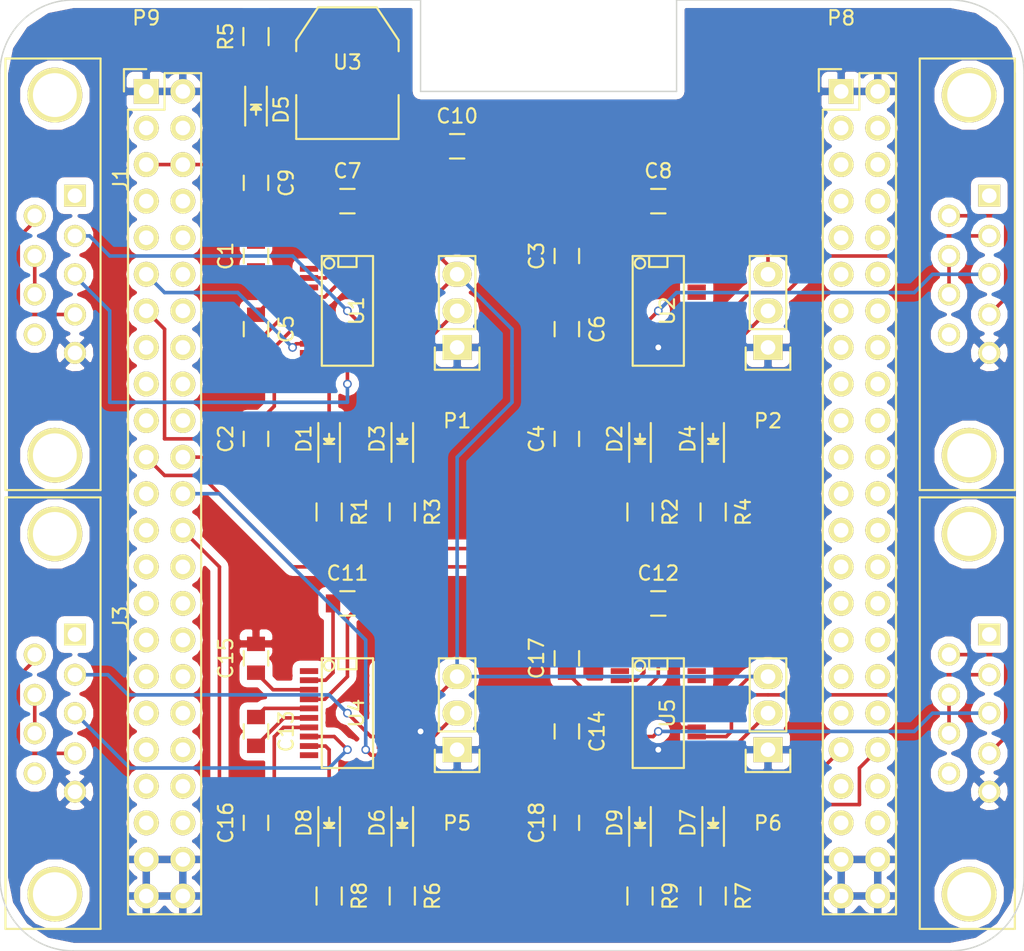
<source format=kicad_pcb>
(kicad_pcb (version 4) (host pcbnew 4.0.4+dfsg1-stable)
  (layers (0 F.Cu signal) (31 B.Cu signal hide) (34 B.Paste user hide) (35 F.Paste user hide) (36 B.SilkS user hide) (37 F.SilkS user hide) (38 B.Mask user hide) (39 F.Mask user hide) (44 Edge.Cuts user hide))
  (net 0 "")
  (net 1 "Net-(C1-Pad1)")
  (net 2 GND)
  (net 3 "Net-(C2-Pad2)")
  (net 4 "Net-(C3-Pad1)")
  (net 5 "Net-(C4-Pad2)")
  (net 6 "Net-(C5-Pad1)")
  (net 7 "Net-(C5-Pad2)")
  (net 8 "Net-(C6-Pad1)")
  (net 9 "Net-(C6-Pad2)")
  (net 10 "Net-(C7-Pad1)")
  (net 11 "Net-(C7-Pad2)")
  (net 12 "Net-(C8-Pad1)")
  (net 13 "Net-(C8-Pad2)")
  (net 14 VCC)
  (net 15 +3V3)
  (net 16 "Net-(C11-Pad1)")
  (net 17 "Net-(C11-Pad2)")
  (net 18 "Net-(C12-Pad1)")
  (net 19 "Net-(C12-Pad2)")
  (net 20 "Net-(C13-Pad1)")
  (net 21 "Net-(C13-Pad2)")
  (net 22 "Net-(C14-Pad1)")
  (net 23 "Net-(C14-Pad2)")
  (net 24 "Net-(C15-Pad1)")
  (net 25 "Net-(C16-Pad2)")
  (net 26 "Net-(C17-Pad1)")
  (net 27 "Net-(C18-Pad2)")
  (net 28 "Net-(D1-Pad2)")
  (net 29 "Net-(D1-Pad1)")
  (net 30 "Net-(D2-Pad2)")
  (net 31 "Net-(D2-Pad1)")
  (net 32 "Net-(D3-Pad2)")
  (net 33 "Net-(D3-Pad1)")
  (net 34 "Net-(D4-Pad2)")
  (net 35 "Net-(D4-Pad1)")
  (net 36 "Net-(D5-Pad1)")
  (net 37 "Net-(D6-Pad2)")
  (net 38 "Net-(D6-Pad1)")
  (net 39 "Net-(D7-Pad2)")
  (net 40 "Net-(D7-Pad1)")
  (net 41 "Net-(D8-Pad2)")
  (net 42 "Net-(D8-Pad1)")
  (net 43 "Net-(D9-Pad2)")
  (net 44 "Net-(D9-Pad1)")
  (net 45 "Net-(J1-Pad2)")
  (net 46 "Net-(J1-Pad3)")
  (net 47 "Net-(J1-Pad4)")
  (net 48 "Net-(J1-Pad7)")
  (net 49 "Net-(J2-Pad2)")
  (net 50 "Net-(J2-Pad3)")
  (net 51 "Net-(J2-Pad4)")
  (net 52 "Net-(J2-Pad7)")
  (net 53 "Net-(J3-Pad2)")
  (net 54 "Net-(J3-Pad3)")
  (net 55 "Net-(J3-Pad4)")
  (net 56 "Net-(J3-Pad7)")
  (net 57 "Net-(J4-Pad2)")
  (net 58 "Net-(J4-Pad3)")
  (net 59 "Net-(J4-Pad4)")
  (net 60 "Net-(J4-Pad7)")
  (net 61 "Net-(P1-Pad2)")
  (net 62 "Net-(P2-Pad2)")
  (net 63 "Net-(P5-Pad2)")
  (net 64 "Net-(P6-Pad2)")
  (module Capacitors_SMD:C_0805 (layer F.Cu) (at 135.89 78.74 90)
    (fp_text reference C1 (at 0 -2.1 90) (layer F.SilkS))
    (fp_text value 100n)
    (pad 1 smd rect (at -1 0 90) (size 1 1.25) (layers F.Cu F.Paste F.Mask) (net 1 "Net-(C1-Pad1)"))
    (pad 2 smd rect (at 1 0 90) (size 1 1.25) (layers F.Cu F.Paste F.Mask) (net 2 GND))
  )
  (module Capacitors_SMD:C_0805 (layer F.Cu) (at 135.89 91.44 90)
    (fp_text reference C2 (at 0 -2.1 90) (layer F.SilkS))
    (fp_text value 100n)
    (pad 1 smd rect (at -1 0 90) (size 1 1.25) (layers F.Cu F.Paste F.Mask) (net 2 GND))
    (pad 2 smd rect (at 1 0 90) (size 1 1.25) (layers F.Cu F.Paste F.Mask) (net 3 "Net-(C2-Pad2)"))
  )
  (module Capacitors_SMD:C_0805 (layer F.Cu) (at 157.48 78.74 90)
    (fp_text reference C3 (at 0 -2.1 90) (layer F.SilkS))
    (fp_text value 100n)
    (pad 1 smd rect (at -1 0 90) (size 1 1.25) (layers F.Cu F.Paste F.Mask) (net 4 "Net-(C3-Pad1)"))
    (pad 2 smd rect (at 1 0 90) (size 1 1.25) (layers F.Cu F.Paste F.Mask) (net 2 GND))
  )
  (module Capacitors_SMD:C_0805 (layer F.Cu) (at 157.48 91.44 90)
    (fp_text reference C4 (at 0 -2.1 90) (layer F.SilkS))
    (fp_text value 100n)
    (pad 1 smd rect (at -1 0 90) (size 1 1.25) (layers F.Cu F.Paste F.Mask) (net 2 GND))
    (pad 2 smd rect (at 1 0 90) (size 1 1.25) (layers F.Cu F.Paste F.Mask) (net 5 "Net-(C4-Pad2)"))
  )
  (module Capacitors_SMD:C_0805 (layer F.Cu) (at 135.89 83.82 270)
    (fp_text reference C5 (at 0 -2.1 270) (layer F.SilkS))
    (fp_text value 100n)
    (pad 1 smd rect (at -1 0 270) (size 1 1.25) (layers F.Cu F.Paste F.Mask) (net 6 "Net-(C5-Pad1)"))
    (pad 2 smd rect (at 1 0 270) (size 1 1.25) (layers F.Cu F.Paste F.Mask) (net 7 "Net-(C5-Pad2)"))
  )
  (module Capacitors_SMD:C_0805 (layer F.Cu) (at 157.48 83.82 270)
    (fp_text reference C6 (at 0 -2.1 270) (layer F.SilkS))
    (fp_text value 100n)
    (pad 1 smd rect (at -1 0 270) (size 1 1.25) (layers F.Cu F.Paste F.Mask) (net 8 "Net-(C6-Pad1)"))
    (pad 2 smd rect (at 1 0 270) (size 1 1.25) (layers F.Cu F.Paste F.Mask) (net 9 "Net-(C6-Pad2)"))
  )
  (module Capacitors_SMD:C_0805 (layer F.Cu) (at 142.24 74.93)
    (fp_text reference C7 (at 0 -2.1) (layer F.SilkS))
    (fp_text value 100n)
    (pad 1 smd rect (at -1 0) (size 1 1.25) (layers F.Cu F.Paste F.Mask) (net 10 "Net-(C7-Pad1)"))
    (pad 2 smd rect (at 1 0) (size 1 1.25) (layers F.Cu F.Paste F.Mask) (net 11 "Net-(C7-Pad2)"))
  )
  (module Capacitors_SMD:C_0805 (layer F.Cu) (at 163.83 74.93)
    (fp_text reference C8 (at 0 -2.1) (layer F.SilkS))
    (fp_text value 100n)
    (pad 1 smd rect (at -1 0) (size 1 1.25) (layers F.Cu F.Paste F.Mask) (net 12 "Net-(C8-Pad1)"))
    (pad 2 smd rect (at 1 0) (size 1 1.25) (layers F.Cu F.Paste F.Mask) (net 13 "Net-(C8-Pad2)"))
  )
  (module Capacitors_SMD:C_0805 (layer F.Cu) (at 135.89 73.66 270)
    (fp_text reference C9 (at 0 -2.1 270) (layer F.SilkS))
    (fp_text value 10u)
    (pad 1 smd rect (at -1 0 270) (size 1 1.25) (layers F.Cu F.Paste F.Mask) (net 14 VCC))
    (pad 2 smd rect (at 1 0 270) (size 1 1.25) (layers F.Cu F.Paste F.Mask) (net 2 GND))
  )
  (module Capacitors_SMD:C_0805 (layer F.Cu) (at 149.86 71.12)
    (fp_text reference C10 (at 0 -2.1) (layer F.SilkS))
    (fp_text value 3.3u)
    (pad 1 smd rect (at -1 0) (size 1 1.25) (layers F.Cu F.Paste F.Mask) (net 15 +3V3))
    (pad 2 smd rect (at 1 0) (size 1 1.25) (layers F.Cu F.Paste F.Mask) (net 2 GND))
  )
  (module Capacitors_SMD:C_0805 (layer F.Cu) (at 142.24 102.87)
    (fp_text reference C11 (at 0 -2.1) (layer F.SilkS))
    (fp_text value 100n)
    (pad 1 smd rect (at -1 0) (size 1 1.25) (layers F.Cu F.Paste F.Mask) (net 16 "Net-(C11-Pad1)"))
    (pad 2 smd rect (at 1 0) (size 1 1.25) (layers F.Cu F.Paste F.Mask) (net 17 "Net-(C11-Pad2)"))
  )
  (module Capacitors_SMD:C_0805 (layer F.Cu) (at 163.83 102.87)
    (fp_text reference C12 (at 0 -2.1) (layer F.SilkS))
    (fp_text value 100n)
    (pad 1 smd rect (at -1 0) (size 1 1.25) (layers F.Cu F.Paste F.Mask) (net 18 "Net-(C12-Pad1)"))
    (pad 2 smd rect (at 1 0) (size 1 1.25) (layers F.Cu F.Paste F.Mask) (net 19 "Net-(C12-Pad2)"))
  )
  (module Capacitors_SMD:C_0805 (layer F.Cu) (at 135.89 111.76 270)
    (fp_text reference C13 (at 0 -2.1 270) (layer F.SilkS))
    (fp_text value 100n)
    (pad 1 smd rect (at -1 0 270) (size 1 1.25) (layers F.Cu F.Paste F.Mask) (net 20 "Net-(C13-Pad1)"))
    (pad 2 smd rect (at 1 0 270) (size 1 1.25) (layers F.Cu F.Paste F.Mask) (net 21 "Net-(C13-Pad2)"))
  )
  (module Capacitors_SMD:C_0805 (layer F.Cu) (at 157.48 111.76 270)
    (fp_text reference C14 (at 0 -2.1 270) (layer F.SilkS))
    (fp_text value 100n)
    (pad 1 smd rect (at -1 0 270) (size 1 1.25) (layers F.Cu F.Paste F.Mask) (net 22 "Net-(C14-Pad1)"))
    (pad 2 smd rect (at 1 0 270) (size 1 1.25) (layers F.Cu F.Paste F.Mask) (net 23 "Net-(C14-Pad2)"))
  )
  (module Capacitors_SMD:C_0805 (layer F.Cu) (at 135.89 106.68 90)
    (fp_text reference C15 (at 0 -2.1 90) (layer F.SilkS))
    (fp_text value 100n)
    (pad 1 smd rect (at -1 0 90) (size 1 1.25) (layers F.Cu F.Paste F.Mask) (net 24 "Net-(C15-Pad1)"))
    (pad 2 smd rect (at 1 0 90) (size 1 1.25) (layers F.Cu F.Paste F.Mask) (net 2 GND))
  )
  (module Capacitors_SMD:C_0805 (layer F.Cu) (at 135.89 118.11 90)
    (fp_text reference C16 (at 0 -2.1 90) (layer F.SilkS))
    (fp_text value 100n)
    (pad 1 smd rect (at -1 0 90) (size 1 1.25) (layers F.Cu F.Paste F.Mask) (net 2 GND))
    (pad 2 smd rect (at 1 0 90) (size 1 1.25) (layers F.Cu F.Paste F.Mask) (net 25 "Net-(C16-Pad2)"))
  )
  (module Capacitors_SMD:C_0805 (layer F.Cu) (at 157.48 106.68 90)
    (fp_text reference C17 (at 0 -2.1 90) (layer F.SilkS))
    (fp_text value 100n)
    (pad 1 smd rect (at -1 0 90) (size 1 1.25) (layers F.Cu F.Paste F.Mask) (net 26 "Net-(C17-Pad1)"))
    (pad 2 smd rect (at 1 0 90) (size 1 1.25) (layers F.Cu F.Paste F.Mask) (net 2 GND))
  )
  (module Capacitors_SMD:C_0805 (layer F.Cu) (at 157.48 118.11 90)
    (fp_text reference C18 (at 0 -2.1 90) (layer F.SilkS))
    (fp_text value 100n)
    (pad 1 smd rect (at -1 0 90) (size 1 1.25) (layers F.Cu F.Paste F.Mask) (net 2 GND))
    (pad 2 smd rect (at 1 0 90) (size 1 1.25) (layers F.Cu F.Paste F.Mask) (net 27 "Net-(C18-Pad2)"))
  )
  (module LEDs:LED_0805 (layer F.Cu) (at 140.97 91.44 90)
    (fp_text reference D1 (at 0 -1.75 90) (layer F.SilkS))
    (fp_text value LED)
    (pad 2 smd rect (at 1.04902 0 270) (size 1.19888 1.19888) (layers F.Cu F.Paste F.Mask) (net 28 "Net-(D1-Pad2)"))
    (pad 1 smd rect (at -1.04902 0 270) (size 1.19888 1.19888) (layers F.Cu F.Paste F.Mask) (net 29 "Net-(D1-Pad1)"))
  )
  (module LEDs:LED_0805 (layer F.Cu) (at 162.56 91.44 90)
    (fp_text reference D2 (at 0 -1.75 90) (layer F.SilkS))
    (fp_text value LED)
    (pad 2 smd rect (at 1.04902 0 270) (size 1.19888 1.19888) (layers F.Cu F.Paste F.Mask) (net 30 "Net-(D2-Pad2)"))
    (pad 1 smd rect (at -1.04902 0 270) (size 1.19888 1.19888) (layers F.Cu F.Paste F.Mask) (net 31 "Net-(D2-Pad1)"))
  )
  (module LEDs:LED_0805 (layer F.Cu) (at 146.05 91.44 90)
    (fp_text reference D3 (at 0 -1.75 90) (layer F.SilkS))
    (fp_text value LED)
    (pad 2 smd rect (at 1.04902 0 270) (size 1.19888 1.19888) (layers F.Cu F.Paste F.Mask) (net 32 "Net-(D3-Pad2)"))
    (pad 1 smd rect (at -1.04902 0 270) (size 1.19888 1.19888) (layers F.Cu F.Paste F.Mask) (net 33 "Net-(D3-Pad1)"))
  )
  (module LEDs:LED_0805 (layer F.Cu) (at 167.64 91.44 90)
    (fp_text reference D4 (at 0 -1.75 90) (layer F.SilkS))
    (fp_text value LED)
    (pad 2 smd rect (at 1.04902 0 270) (size 1.19888 1.19888) (layers F.Cu F.Paste F.Mask) (net 34 "Net-(D4-Pad2)"))
    (pad 1 smd rect (at -1.04902 0 270) (size 1.19888 1.19888) (layers F.Cu F.Paste F.Mask) (net 35 "Net-(D4-Pad1)"))
  )
  (module LEDs:LED_0805 (layer F.Cu) (at 135.89 68.58 270)
    (fp_text reference D5 (at 0 -1.75 270) (layer F.SilkS))
    (fp_text value PWR)
    (pad 2 smd rect (at 1.04902 0 90) (size 1.19888 1.19888) (layers F.Cu F.Paste F.Mask) (net 14 VCC))
    (pad 1 smd rect (at -1.04902 0 90) (size 1.19888 1.19888) (layers F.Cu F.Paste F.Mask) (net 36 "Net-(D5-Pad1)"))
  )
  (module LEDs:LED_0805 (layer F.Cu) (at 146.05 118.11 90)
    (fp_text reference D6 (at 0 -1.75 90) (layer F.SilkS))
    (fp_text value LED)
    (pad 2 smd rect (at 1.04902 0 270) (size 1.19888 1.19888) (layers F.Cu F.Paste F.Mask) (net 37 "Net-(D6-Pad2)"))
    (pad 1 smd rect (at -1.04902 0 270) (size 1.19888 1.19888) (layers F.Cu F.Paste F.Mask) (net 38 "Net-(D6-Pad1)"))
  )
  (module LEDs:LED_0805 (layer F.Cu) (at 167.64 118.11 90)
    (fp_text reference D7 (at 0 -1.75 90) (layer F.SilkS))
    (fp_text value LED)
    (pad 2 smd rect (at 1.04902 0 270) (size 1.19888 1.19888) (layers F.Cu F.Paste F.Mask) (net 39 "Net-(D7-Pad2)"))
    (pad 1 smd rect (at -1.04902 0 270) (size 1.19888 1.19888) (layers F.Cu F.Paste F.Mask) (net 40 "Net-(D7-Pad1)"))
  )
  (module LEDs:LED_0805 (layer F.Cu) (at 140.97 118.11 90)
    (fp_text reference D8 (at 0 -1.75 90) (layer F.SilkS))
    (fp_text value LED)
    (pad 2 smd rect (at 1.04902 0 270) (size 1.19888 1.19888) (layers F.Cu F.Paste F.Mask) (net 41 "Net-(D8-Pad2)"))
    (pad 1 smd rect (at -1.04902 0 270) (size 1.19888 1.19888) (layers F.Cu F.Paste F.Mask) (net 42 "Net-(D8-Pad1)"))
  )
  (module LEDs:LED_0805 (layer F.Cu) (at 162.56 118.11 90)
    (fp_text reference D9 (at 0 -1.75 90) (layer F.SilkS))
    (fp_text value LED)
    (pad 2 smd rect (at 1.04902 0 270) (size 1.19888 1.19888) (layers F.Cu F.Paste F.Mask) (net 43 "Net-(D9-Pad2)"))
    (pad 1 smd rect (at -1.04902 0 270) (size 1.19888 1.19888) (layers F.Cu F.Paste F.Mask) (net 44 "Net-(D9-Pad1)"))
  )
  (module Connect:DB9MD (layer F.Cu) (at 121.92 80.01 270)
    (fp_text reference J1 (at -6.604 -4.572 270) (layer F.SilkS))
    (fp_text value DB9)
    (pad 0 thru_hole circle (at -12.446 0 270) (size 3.81 3.81) (drill 3.048) (layers *.Cu *.Mask F.SilkS))
    (pad 0 thru_hole circle (at 12.573 0 270) (size 3.81 3.81) (drill 3.048) (layers *.Cu *.Mask F.SilkS))
    (pad 1 thru_hole rect (at -5.461 -1.397 270) (size 1.524 1.524) (drill 1.016) (layers *.Cu *.Mask F.SilkS))
    (pad 2 thru_hole circle (at -2.667 -1.397 270) (size 1.524 1.524) (drill 1.016) (layers *.Cu *.Mask F.SilkS) (net 45 "Net-(J1-Pad2)"))
    (pad 3 thru_hole circle (at 0 -1.397 270) (size 1.524 1.524) (drill 1.016) (layers *.Cu *.Mask F.SilkS) (net 46 "Net-(J1-Pad3)"))
    (pad 4 thru_hole circle (at 2.794 -1.397 270) (size 1.524 1.524) (drill 1.016) (layers *.Cu *.Mask F.SilkS) (net 47 "Net-(J1-Pad4)"))
    (pad 5 thru_hole circle (at 5.461 -1.397 270) (size 1.524 1.524) (drill 1.016) (layers *.Cu *.Mask F.SilkS) (net 2 GND))
    (pad 6 thru_hole circle (at -4.064 1.397 270) (size 1.524 1.524) (drill 1.016) (layers *.Cu *.Mask F.SilkS) (net 47 "Net-(J1-Pad4)"))
    (pad 7 thru_hole circle (at -1.27 1.397 270) (size 1.524 1.524) (drill 1.016) (layers *.Cu *.Mask F.SilkS) (net 48 "Net-(J1-Pad7)"))
    (pad 8 thru_hole circle (at 1.397 1.397 270) (size 1.524 1.524) (drill 1.016) (layers *.Cu *.Mask F.SilkS) (net 48 "Net-(J1-Pad7)"))
    (pad 9 thru_hole circle (at 4.191 1.397 270) (size 1.524 1.524) (drill 1.016) (layers *.Cu *.Mask F.SilkS))
  )
  (module Connect:DB9MD (layer F.Cu) (at 185.42 80.01 270)
    (fp_text reference J2 (at -6.604 -4.572 270) (layer F.SilkS))
    (fp_text value DB9)
    (pad 0 thru_hole circle (at -12.446 0 270) (size 3.81 3.81) (drill 3.048) (layers *.Cu *.Mask F.SilkS))
    (pad 0 thru_hole circle (at 12.573 0 270) (size 3.81 3.81) (drill 3.048) (layers *.Cu *.Mask F.SilkS))
    (pad 1 thru_hole rect (at -5.461 -1.397 270) (size 1.524 1.524) (drill 1.016) (layers *.Cu *.Mask F.SilkS))
    (pad 2 thru_hole circle (at -2.667 -1.397 270) (size 1.524 1.524) (drill 1.016) (layers *.Cu *.Mask F.SilkS) (net 49 "Net-(J2-Pad2)"))
    (pad 3 thru_hole circle (at 0 -1.397 270) (size 1.524 1.524) (drill 1.016) (layers *.Cu *.Mask F.SilkS) (net 50 "Net-(J2-Pad3)"))
    (pad 4 thru_hole circle (at 2.794 -1.397 270) (size 1.524 1.524) (drill 1.016) (layers *.Cu *.Mask F.SilkS) (net 51 "Net-(J2-Pad4)"))
    (pad 5 thru_hole circle (at 5.461 -1.397 270) (size 1.524 1.524) (drill 1.016) (layers *.Cu *.Mask F.SilkS) (net 2 GND))
    (pad 6 thru_hole circle (at -4.064 1.397 270) (size 1.524 1.524) (drill 1.016) (layers *.Cu *.Mask F.SilkS) (net 51 "Net-(J2-Pad4)"))
    (pad 7 thru_hole circle (at -1.27 1.397 270) (size 1.524 1.524) (drill 1.016) (layers *.Cu *.Mask F.SilkS) (net 52 "Net-(J2-Pad7)"))
    (pad 8 thru_hole circle (at 1.397 1.397 270) (size 1.524 1.524) (drill 1.016) (layers *.Cu *.Mask F.SilkS) (net 52 "Net-(J2-Pad7)"))
    (pad 9 thru_hole circle (at 4.191 1.397 270) (size 1.524 1.524) (drill 1.016) (layers *.Cu *.Mask F.SilkS))
  )
  (module Connect:DB9MD (layer F.Cu) (at 121.92 110.49 270)
    (fp_text reference J3 (at -6.604 -4.572 270) (layer F.SilkS))
    (fp_text value DB9)
    (pad 0 thru_hole circle (at -12.446 0 270) (size 3.81 3.81) (drill 3.048) (layers *.Cu *.Mask F.SilkS))
    (pad 0 thru_hole circle (at 12.573 0 270) (size 3.81 3.81) (drill 3.048) (layers *.Cu *.Mask F.SilkS))
    (pad 1 thru_hole rect (at -5.461 -1.397 270) (size 1.524 1.524) (drill 1.016) (layers *.Cu *.Mask F.SilkS))
    (pad 2 thru_hole circle (at -2.667 -1.397 270) (size 1.524 1.524) (drill 1.016) (layers *.Cu *.Mask F.SilkS) (net 53 "Net-(J3-Pad2)"))
    (pad 3 thru_hole circle (at 0 -1.397 270) (size 1.524 1.524) (drill 1.016) (layers *.Cu *.Mask F.SilkS) (net 54 "Net-(J3-Pad3)"))
    (pad 4 thru_hole circle (at 2.794 -1.397 270) (size 1.524 1.524) (drill 1.016) (layers *.Cu *.Mask F.SilkS) (net 55 "Net-(J3-Pad4)"))
    (pad 5 thru_hole circle (at 5.461 -1.397 270) (size 1.524 1.524) (drill 1.016) (layers *.Cu *.Mask F.SilkS) (net 2 GND))
    (pad 6 thru_hole circle (at -4.064 1.397 270) (size 1.524 1.524) (drill 1.016) (layers *.Cu *.Mask F.SilkS) (net 55 "Net-(J3-Pad4)"))
    (pad 7 thru_hole circle (at -1.27 1.397 270) (size 1.524 1.524) (drill 1.016) (layers *.Cu *.Mask F.SilkS) (net 56 "Net-(J3-Pad7)"))
    (pad 8 thru_hole circle (at 1.397 1.397 270) (size 1.524 1.524) (drill 1.016) (layers *.Cu *.Mask F.SilkS) (net 56 "Net-(J3-Pad7)"))
    (pad 9 thru_hole circle (at 4.191 1.397 270) (size 1.524 1.524) (drill 1.016) (layers *.Cu *.Mask F.SilkS))
  )
  (module Connect:DB9MD (layer F.Cu) (at 185.42 110.49 270)
    (fp_text reference J4 (at -6.604 -4.572 270) (layer F.SilkS))
    (fp_text value DB9)
    (pad 0 thru_hole circle (at -12.446 0 270) (size 3.81 3.81) (drill 3.048) (layers *.Cu *.Mask F.SilkS))
    (pad 0 thru_hole circle (at 12.573 0 270) (size 3.81 3.81) (drill 3.048) (layers *.Cu *.Mask F.SilkS))
    (pad 1 thru_hole rect (at -5.461 -1.397 270) (size 1.524 1.524) (drill 1.016) (layers *.Cu *.Mask F.SilkS))
    (pad 2 thru_hole circle (at -2.667 -1.397 270) (size 1.524 1.524) (drill 1.016) (layers *.Cu *.Mask F.SilkS) (net 57 "Net-(J4-Pad2)"))
    (pad 3 thru_hole circle (at 0 -1.397 270) (size 1.524 1.524) (drill 1.016) (layers *.Cu *.Mask F.SilkS) (net 58 "Net-(J4-Pad3)"))
    (pad 4 thru_hole circle (at 2.794 -1.397 270) (size 1.524 1.524) (drill 1.016) (layers *.Cu *.Mask F.SilkS) (net 59 "Net-(J4-Pad4)"))
    (pad 5 thru_hole circle (at 5.461 -1.397 270) (size 1.524 1.524) (drill 1.016) (layers *.Cu *.Mask F.SilkS) (net 2 GND))
    (pad 6 thru_hole circle (at -4.064 1.397 270) (size 1.524 1.524) (drill 1.016) (layers *.Cu *.Mask F.SilkS) (net 59 "Net-(J4-Pad4)"))
    (pad 7 thru_hole circle (at -1.27 1.397 270) (size 1.524 1.524) (drill 1.016) (layers *.Cu *.Mask F.SilkS) (net 60 "Net-(J4-Pad7)"))
    (pad 8 thru_hole circle (at 1.397 1.397 270) (size 1.524 1.524) (drill 1.016) (layers *.Cu *.Mask F.SilkS) (net 60 "Net-(J4-Pad7)"))
    (pad 9 thru_hole circle (at 4.191 1.397 270) (size 1.524 1.524) (drill 1.016) (layers *.Cu *.Mask F.SilkS))
  )
  (module Pin_Headers:Pin_Header_Straight_1x03 (layer F.Cu) (at 149.86 85.09 180)
    (fp_text reference P1 (at 0 -5.1 180) (layer F.SilkS))
    (fp_text value CONN_01X03)
    (pad 1 thru_hole rect (at 0 0 180) (size 2.032 1.7272) (drill 1.016) (layers *.Cu *.Mask F.SilkS) (net 2 GND))
    (pad 2 thru_hole oval (at 0 2.54 180) (size 2.032 1.7272) (drill 1.016) (layers *.Cu *.Mask F.SilkS) (net 61 "Net-(P1-Pad2)"))
    (pad 3 thru_hole oval (at 0 5.08 180) (size 2.032 1.7272) (drill 1.016) (layers *.Cu *.Mask F.SilkS) (net 15 +3V3))
  )
  (module Pin_Headers:Pin_Header_Straight_1x03 (layer F.Cu) (at 171.45 85.09 180)
    (fp_text reference P2 (at 0 -5.1 180) (layer F.SilkS))
    (fp_text value CONN_01X03)
    (pad 1 thru_hole rect (at 0 0 180) (size 2.032 1.7272) (drill 1.016) (layers *.Cu *.Mask F.SilkS) (net 2 GND))
    (pad 2 thru_hole oval (at 0 2.54 180) (size 2.032 1.7272) (drill 1.016) (layers *.Cu *.Mask F.SilkS) (net 62 "Net-(P2-Pad2)"))
    (pad 3 thru_hole oval (at 0 5.08 180) (size 2.032 1.7272) (drill 1.016) (layers *.Cu *.Mask F.SilkS) (net 15 +3V3))
  )
  (module Pin_Headers:Pin_Header_Straight_1x03 (layer F.Cu) (at 149.86 113.03 180)
    (fp_text reference P5 (at 0 -5.1 180) (layer F.SilkS))
    (fp_text value CONN_01X03)
    (pad 1 thru_hole rect (at 0 0 180) (size 2.032 1.7272) (drill 1.016) (layers *.Cu *.Mask F.SilkS) (net 2 GND))
    (pad 2 thru_hole oval (at 0 2.54 180) (size 2.032 1.7272) (drill 1.016) (layers *.Cu *.Mask F.SilkS) (net 63 "Net-(P5-Pad2)"))
    (pad 3 thru_hole oval (at 0 5.08 180) (size 2.032 1.7272) (drill 1.016) (layers *.Cu *.Mask F.SilkS) (net 15 +3V3))
  )
  (module Pin_Headers:Pin_Header_Straight_1x03 (layer F.Cu) (at 171.45 113.03 180)
    (fp_text reference P6 (at 0 -5.1 180) (layer F.SilkS))
    (fp_text value CONN_01X03)
    (pad 1 thru_hole rect (at 0 0 180) (size 2.032 1.7272) (drill 1.016) (layers *.Cu *.Mask F.SilkS) (net 2 GND))
    (pad 2 thru_hole oval (at 0 2.54 180) (size 2.032 1.7272) (drill 1.016) (layers *.Cu *.Mask F.SilkS) (net 64 "Net-(P6-Pad2)"))
    (pad 3 thru_hole oval (at 0 5.08 180) (size 2.032 1.7272) (drill 1.016) (layers *.Cu *.Mask F.SilkS) (net 15 +3V3))
  )
  (module Pin_Headers:Pin_Header_Straight_2x23 (layer F.Cu) (at 176.53 67.31)
    (fp_text reference P8 (at 0 -5.1) (layer F.SilkS))
    (fp_text value CONN_02X23)
    (pad 1 thru_hole rect (at 0 0) (size 1.7272 1.7272) (drill 1.016) (layers *.Cu *.Mask F.SilkS) (net 2 GND))
    (pad 2 thru_hole oval (at 2.54 0) (size 1.7272 1.7272) (drill 1.016) (layers *.Cu *.Mask F.SilkS) (net 2 GND))
    (pad 3 thru_hole oval (at 0 2.54) (size 1.7272 1.7272) (drill 1.016) (layers *.Cu *.Mask F.SilkS))
    (pad 4 thru_hole oval (at 2.54 2.54) (size 1.7272 1.7272) (drill 1.016) (layers *.Cu *.Mask F.SilkS))
    (pad 5 thru_hole oval (at 0 5.08) (size 1.7272 1.7272) (drill 1.016) (layers *.Cu *.Mask F.SilkS))
    (pad 6 thru_hole oval (at 2.54 5.08) (size 1.7272 1.7272) (drill 1.016) (layers *.Cu *.Mask F.SilkS))
    (pad 7 thru_hole oval (at 0 7.62) (size 1.7272 1.7272) (drill 1.016) (layers *.Cu *.Mask F.SilkS))
    (pad 8 thru_hole oval (at 2.54 7.62) (size 1.7272 1.7272) (drill 1.016) (layers *.Cu *.Mask F.SilkS))
    (pad 9 thru_hole oval (at 0 10.16) (size 1.7272 1.7272) (drill 1.016) (layers *.Cu *.Mask F.SilkS))
    (pad 10 thru_hole oval (at 2.54 10.16) (size 1.7272 1.7272) (drill 1.016) (layers *.Cu *.Mask F.SilkS))
    (pad 11 thru_hole oval (at 0 12.7) (size 1.7272 1.7272) (drill 1.016) (layers *.Cu *.Mask F.SilkS))
    (pad 12 thru_hole oval (at 2.54 12.7) (size 1.7272 1.7272) (drill 1.016) (layers *.Cu *.Mask F.SilkS))
    (pad 13 thru_hole oval (at 0 15.24) (size 1.7272 1.7272) (drill 1.016) (layers *.Cu *.Mask F.SilkS))
    (pad 14 thru_hole oval (at 2.54 15.24) (size 1.7272 1.7272) (drill 1.016) (layers *.Cu *.Mask F.SilkS))
    (pad 15 thru_hole oval (at 0 17.78) (size 1.7272 1.7272) (drill 1.016) (layers *.Cu *.Mask F.SilkS))
    (pad 16 thru_hole oval (at 2.54 17.78) (size 1.7272 1.7272) (drill 1.016) (layers *.Cu *.Mask F.SilkS))
    (pad 17 thru_hole oval (at 0 20.32) (size 1.7272 1.7272) (drill 1.016) (layers *.Cu *.Mask F.SilkS))
    (pad 18 thru_hole oval (at 2.54 20.32) (size 1.7272 1.7272) (drill 1.016) (layers *.Cu *.Mask F.SilkS))
    (pad 19 thru_hole oval (at 0 22.86) (size 1.7272 1.7272) (drill 1.016) (layers *.Cu *.Mask F.SilkS))
    (pad 20 thru_hole oval (at 2.54 22.86) (size 1.7272 1.7272) (drill 1.016) (layers *.Cu *.Mask F.SilkS))
    (pad 21 thru_hole oval (at 0 25.4) (size 1.7272 1.7272) (drill 1.016) (layers *.Cu *.Mask F.SilkS))
    (pad 22 thru_hole oval (at 2.54 25.4) (size 1.7272 1.7272) (drill 1.016) (layers *.Cu *.Mask F.SilkS))
    (pad 23 thru_hole oval (at 0 27.94) (size 1.7272 1.7272) (drill 1.016) (layers *.Cu *.Mask F.SilkS))
    (pad 24 thru_hole oval (at 2.54 27.94) (size 1.7272 1.7272) (drill 1.016) (layers *.Cu *.Mask F.SilkS))
    (pad 25 thru_hole oval (at 0 30.48) (size 1.7272 1.7272) (drill 1.016) (layers *.Cu *.Mask F.SilkS))
    (pad 26 thru_hole oval (at 2.54 30.48) (size 1.7272 1.7272) (drill 1.016) (layers *.Cu *.Mask F.SilkS))
    (pad 27 thru_hole oval (at 0 33.02) (size 1.7272 1.7272) (drill 1.016) (layers *.Cu *.Mask F.SilkS))
    (pad 28 thru_hole oval (at 2.54 33.02) (size 1.7272 1.7272) (drill 1.016) (layers *.Cu *.Mask F.SilkS))
    (pad 29 thru_hole oval (at 0 35.56) (size 1.7272 1.7272) (drill 1.016) (layers *.Cu *.Mask F.SilkS))
    (pad 30 thru_hole oval (at 2.54 35.56) (size 1.7272 1.7272) (drill 1.016) (layers *.Cu *.Mask F.SilkS))
    (pad 31 thru_hole oval (at 0 38.1) (size 1.7272 1.7272) (drill 1.016) (layers *.Cu *.Mask F.SilkS))
    (pad 32 thru_hole oval (at 2.54 38.1) (size 1.7272 1.7272) (drill 1.016) (layers *.Cu *.Mask F.SilkS))
    (pad 33 thru_hole oval (at 0 40.64) (size 1.7272 1.7272) (drill 1.016) (layers *.Cu *.Mask F.SilkS))
    (pad 34 thru_hole oval (at 2.54 40.64) (size 1.7272 1.7272) (drill 1.016) (layers *.Cu *.Mask F.SilkS))
    (pad 35 thru_hole oval (at 0 43.18) (size 1.7272 1.7272) (drill 1.016) (layers *.Cu *.Mask F.SilkS))
    (pad 36 thru_hole oval (at 2.54 43.18) (size 1.7272 1.7272) (drill 1.016) (layers *.Cu *.Mask F.SilkS))
    (pad 37 thru_hole oval (at 0 45.72) (size 1.7272 1.7272) (drill 1.016) (layers *.Cu *.Mask F.SilkS) (net 39 "Net-(D7-Pad2)"))
    (pad 38 thru_hole oval (at 2.54 45.72) (size 1.7272 1.7272) (drill 1.016) (layers *.Cu *.Mask F.SilkS) (net 43 "Net-(D9-Pad2)"))
    (pad 39 thru_hole oval (at 0 48.26) (size 1.7272 1.7272) (drill 1.016) (layers *.Cu *.Mask F.SilkS))
    (pad 40 thru_hole oval (at 2.54 48.26) (size 1.7272 1.7272) (drill 1.016) (layers *.Cu *.Mask F.SilkS))
    (pad 41 thru_hole oval (at 0 50.8) (size 1.7272 1.7272) (drill 1.016) (layers *.Cu *.Mask F.SilkS))
    (pad 42 thru_hole oval (at 2.54 50.8) (size 1.7272 1.7272) (drill 1.016) (layers *.Cu *.Mask F.SilkS))
    (pad 43 thru_hole oval (at 0 53.34) (size 1.7272 1.7272) (drill 1.016) (layers *.Cu *.Mask F.SilkS) (net 2 GND))
    (pad 44 thru_hole oval (at 2.54 53.34) (size 1.7272 1.7272) (drill 1.016) (layers *.Cu *.Mask F.SilkS) (net 2 GND))
    (pad 45 thru_hole oval (at 0 55.88) (size 1.7272 1.7272) (drill 1.016) (layers *.Cu *.Mask F.SilkS) (net 2 GND))
    (pad 46 thru_hole oval (at 2.54 55.88) (size 1.7272 1.7272) (drill 1.016) (layers *.Cu *.Mask F.SilkS) (net 2 GND))
  )
  (module Pin_Headers:Pin_Header_Straight_2x23 (layer F.Cu) (at 128.27 67.31)
    (fp_text reference P9 (at 0 -5.1) (layer F.SilkS))
    (fp_text value CONN_02X23)
    (pad 1 thru_hole rect (at 0 0) (size 1.7272 1.7272) (drill 1.016) (layers *.Cu *.Mask F.SilkS) (net 2 GND))
    (pad 2 thru_hole oval (at 2.54 0) (size 1.7272 1.7272) (drill 1.016) (layers *.Cu *.Mask F.SilkS) (net 2 GND))
    (pad 3 thru_hole oval (at 0 2.54) (size 1.7272 1.7272) (drill 1.016) (layers *.Cu *.Mask F.SilkS))
    (pad 4 thru_hole oval (at 2.54 2.54) (size 1.7272 1.7272) (drill 1.016) (layers *.Cu *.Mask F.SilkS))
    (pad 5 thru_hole oval (at 0 5.08) (size 1.7272 1.7272) (drill 1.016) (layers *.Cu *.Mask F.SilkS) (net 14 VCC))
    (pad 6 thru_hole oval (at 2.54 5.08) (size 1.7272 1.7272) (drill 1.016) (layers *.Cu *.Mask F.SilkS) (net 14 VCC))
    (pad 7 thru_hole oval (at 0 7.62) (size 1.7272 1.7272) (drill 1.016) (layers *.Cu *.Mask F.SilkS))
    (pad 8 thru_hole oval (at 2.54 7.62) (size 1.7272 1.7272) (drill 1.016) (layers *.Cu *.Mask F.SilkS))
    (pad 9 thru_hole oval (at 0 10.16) (size 1.7272 1.7272) (drill 1.016) (layers *.Cu *.Mask F.SilkS))
    (pad 10 thru_hole oval (at 2.54 10.16) (size 1.7272 1.7272) (drill 1.016) (layers *.Cu *.Mask F.SilkS))
    (pad 11 thru_hole oval (at 0 12.7) (size 1.7272 1.7272) (drill 1.016) (layers *.Cu *.Mask F.SilkS) (net 28 "Net-(D1-Pad2)"))
    (pad 12 thru_hole oval (at 2.54 12.7) (size 1.7272 1.7272) (drill 1.016) (layers *.Cu *.Mask F.SilkS))
    (pad 13 thru_hole oval (at 0 15.24) (size 1.7272 1.7272) (drill 1.016) (layers *.Cu *.Mask F.SilkS) (net 32 "Net-(D3-Pad2)"))
    (pad 14 thru_hole oval (at 2.54 15.24) (size 1.7272 1.7272) (drill 1.016) (layers *.Cu *.Mask F.SilkS))
    (pad 15 thru_hole oval (at 0 17.78) (size 1.7272 1.7272) (drill 1.016) (layers *.Cu *.Mask F.SilkS))
    (pad 16 thru_hole oval (at 2.54 17.78) (size 1.7272 1.7272) (drill 1.016) (layers *.Cu *.Mask F.SilkS))
    (pad 17 thru_hole oval (at 0 20.32) (size 1.7272 1.7272) (drill 1.016) (layers *.Cu *.Mask F.SilkS))
    (pad 18 thru_hole oval (at 2.54 20.32) (size 1.7272 1.7272) (drill 1.016) (layers *.Cu *.Mask F.SilkS))
    (pad 19 thru_hole oval (at 0 22.86) (size 1.7272 1.7272) (drill 1.016) (layers *.Cu *.Mask F.SilkS))
    (pad 20 thru_hole oval (at 2.54 22.86) (size 1.7272 1.7272) (drill 1.016) (layers *.Cu *.Mask F.SilkS))
    (pad 21 thru_hole oval (at 0 25.4) (size 1.7272 1.7272) (drill 1.016) (layers *.Cu *.Mask F.SilkS) (net 34 "Net-(D4-Pad2)"))
    (pad 22 thru_hole oval (at 2.54 25.4) (size 1.7272 1.7272) (drill 1.016) (layers *.Cu *.Mask F.SilkS) (net 30 "Net-(D2-Pad2)"))
    (pad 23 thru_hole oval (at 0 27.94) (size 1.7272 1.7272) (drill 1.016) (layers *.Cu *.Mask F.SilkS))
    (pad 24 thru_hole oval (at 2.54 27.94) (size 1.7272 1.7272) (drill 1.016) (layers *.Cu *.Mask F.SilkS) (net 37 "Net-(D6-Pad2)"))
    (pad 25 thru_hole oval (at 0 30.48) (size 1.7272 1.7272) (drill 1.016) (layers *.Cu *.Mask F.SilkS))
    (pad 26 thru_hole oval (at 2.54 30.48) (size 1.7272 1.7272) (drill 1.016) (layers *.Cu *.Mask F.SilkS) (net 41 "Net-(D8-Pad2)"))
    (pad 27 thru_hole oval (at 0 33.02) (size 1.7272 1.7272) (drill 1.016) (layers *.Cu *.Mask F.SilkS))
    (pad 28 thru_hole oval (at 2.54 33.02) (size 1.7272 1.7272) (drill 1.016) (layers *.Cu *.Mask F.SilkS))
    (pad 29 thru_hole oval (at 0 35.56) (size 1.7272 1.7272) (drill 1.016) (layers *.Cu *.Mask F.SilkS))
    (pad 30 thru_hole oval (at 2.54 35.56) (size 1.7272 1.7272) (drill 1.016) (layers *.Cu *.Mask F.SilkS))
    (pad 31 thru_hole oval (at 0 38.1) (size 1.7272 1.7272) (drill 1.016) (layers *.Cu *.Mask F.SilkS))
    (pad 32 thru_hole oval (at 2.54 38.1) (size 1.7272 1.7272) (drill 1.016) (layers *.Cu *.Mask F.SilkS))
    (pad 33 thru_hole oval (at 0 40.64) (size 1.7272 1.7272) (drill 1.016) (layers *.Cu *.Mask F.SilkS))
    (pad 34 thru_hole oval (at 2.54 40.64) (size 1.7272 1.7272) (drill 1.016) (layers *.Cu *.Mask F.SilkS))
    (pad 35 thru_hole oval (at 0 43.18) (size 1.7272 1.7272) (drill 1.016) (layers *.Cu *.Mask F.SilkS))
    (pad 36 thru_hole oval (at 2.54 43.18) (size 1.7272 1.7272) (drill 1.016) (layers *.Cu *.Mask F.SilkS))
    (pad 37 thru_hole oval (at 0 45.72) (size 1.7272 1.7272) (drill 1.016) (layers *.Cu *.Mask F.SilkS))
    (pad 38 thru_hole oval (at 2.54 45.72) (size 1.7272 1.7272) (drill 1.016) (layers *.Cu *.Mask F.SilkS))
    (pad 39 thru_hole oval (at 0 48.26) (size 1.7272 1.7272) (drill 1.016) (layers *.Cu *.Mask F.SilkS))
    (pad 40 thru_hole oval (at 2.54 48.26) (size 1.7272 1.7272) (drill 1.016) (layers *.Cu *.Mask F.SilkS))
    (pad 41 thru_hole oval (at 0 50.8) (size 1.7272 1.7272) (drill 1.016) (layers *.Cu *.Mask F.SilkS))
    (pad 42 thru_hole oval (at 2.54 50.8) (size 1.7272 1.7272) (drill 1.016) (layers *.Cu *.Mask F.SilkS))
    (pad 43 thru_hole oval (at 0 53.34) (size 1.7272 1.7272) (drill 1.016) (layers *.Cu *.Mask F.SilkS) (net 2 GND))
    (pad 44 thru_hole oval (at 2.54 53.34) (size 1.7272 1.7272) (drill 1.016) (layers *.Cu *.Mask F.SilkS) (net 2 GND))
    (pad 45 thru_hole oval (at 0 55.88) (size 1.7272 1.7272) (drill 1.016) (layers *.Cu *.Mask F.SilkS) (net 2 GND))
    (pad 46 thru_hole oval (at 2.54 55.88) (size 1.7272 1.7272) (drill 1.016) (layers *.Cu *.Mask F.SilkS) (net 2 GND))
  )
  (module Resistors_SMD:R_0805 (layer F.Cu) (at 140.97 96.52 270)
    (fp_text reference R1 (at 0 -2.1 270) (layer F.SilkS))
    (fp_text value 1k)
    (pad 1 smd rect (at -0.95 0 270) (size 0.7 1.3) (layers F.Cu F.Paste F.Mask) (net 29 "Net-(D1-Pad1)"))
    (pad 2 smd rect (at 0.95 0 270) (size 0.7 1.3) (layers F.Cu F.Paste F.Mask) (net 2 GND))
  )
  (module Resistors_SMD:R_0805 (layer F.Cu) (at 162.56 96.52 270)
    (fp_text reference R2 (at 0 -2.1 270) (layer F.SilkS))
    (fp_text value 1k)
    (pad 1 smd rect (at -0.95 0 270) (size 0.7 1.3) (layers F.Cu F.Paste F.Mask) (net 31 "Net-(D2-Pad1)"))
    (pad 2 smd rect (at 0.95 0 270) (size 0.7 1.3) (layers F.Cu F.Paste F.Mask) (net 2 GND))
  )
  (module Resistors_SMD:R_0805 (layer F.Cu) (at 146.05 96.52 270)
    (fp_text reference R3 (at 0 -2.1 270) (layer F.SilkS))
    (fp_text value 1k)
    (pad 1 smd rect (at -0.95 0 270) (size 0.7 1.3) (layers F.Cu F.Paste F.Mask) (net 33 "Net-(D3-Pad1)"))
    (pad 2 smd rect (at 0.95 0 270) (size 0.7 1.3) (layers F.Cu F.Paste F.Mask) (net 2 GND))
  )
  (module Resistors_SMD:R_0805 (layer F.Cu) (at 167.64 96.52 270)
    (fp_text reference R4 (at 0 -2.1 270) (layer F.SilkS))
    (fp_text value 1k)
    (pad 1 smd rect (at -0.95 0 270) (size 0.7 1.3) (layers F.Cu F.Paste F.Mask) (net 35 "Net-(D4-Pad1)"))
    (pad 2 smd rect (at 0.95 0 270) (size 0.7 1.3) (layers F.Cu F.Paste F.Mask) (net 2 GND))
  )
  (module Resistors_SMD:R_0805 (layer F.Cu) (at 135.89 63.5 90)
    (fp_text reference R5 (at 0 -2.1 90) (layer F.SilkS))
    (fp_text value 1k)
    (pad 1 smd rect (at -0.95 0 90) (size 0.7 1.3) (layers F.Cu F.Paste F.Mask) (net 36 "Net-(D5-Pad1)"))
    (pad 2 smd rect (at 0.95 0 90) (size 0.7 1.3) (layers F.Cu F.Paste F.Mask) (net 2 GND))
  )
  (module Resistors_SMD:R_0805 (layer F.Cu) (at 146.05 123.19 270)
    (fp_text reference R6 (at 0 -2.1 270) (layer F.SilkS))
    (fp_text value 1k)
    (pad 1 smd rect (at -0.95 0 270) (size 0.7 1.3) (layers F.Cu F.Paste F.Mask) (net 38 "Net-(D6-Pad1)"))
    (pad 2 smd rect (at 0.95 0 270) (size 0.7 1.3) (layers F.Cu F.Paste F.Mask) (net 2 GND))
  )
  (module Resistors_SMD:R_0805 (layer F.Cu) (at 167.64 123.19 270)
    (fp_text reference R7 (at 0 -2.1 270) (layer F.SilkS))
    (fp_text value 1k)
    (pad 1 smd rect (at -0.95 0 270) (size 0.7 1.3) (layers F.Cu F.Paste F.Mask) (net 40 "Net-(D7-Pad1)"))
    (pad 2 smd rect (at 0.95 0 270) (size 0.7 1.3) (layers F.Cu F.Paste F.Mask) (net 2 GND))
  )
  (module Resistors_SMD:R_0805 (layer F.Cu) (at 140.97 123.19 270)
    (fp_text reference R8 (at 0 -2.1 270) (layer F.SilkS))
    (fp_text value 1k)
    (pad 1 smd rect (at -0.95 0 270) (size 0.7 1.3) (layers F.Cu F.Paste F.Mask) (net 42 "Net-(D8-Pad1)"))
    (pad 2 smd rect (at 0.95 0 270) (size 0.7 1.3) (layers F.Cu F.Paste F.Mask) (net 2 GND))
  )
  (module Resistors_SMD:R_0805 (layer F.Cu) (at 162.56 123.19 270)
    (fp_text reference R9 (at 0 -2.1 270) (layer F.SilkS))
    (fp_text value 1k)
    (pad 1 smd rect (at -0.95 0 270) (size 0.7 1.3) (layers F.Cu F.Paste F.Mask) (net 44 "Net-(D9-Pad1)"))
    (pad 2 smd rect (at 0.95 0 270) (size 0.7 1.3) (layers F.Cu F.Paste F.Mask) (net 2 GND))
  )
  (module SMD_Packages:SSOP-20 (layer F.Cu) (at 142.24 82.55 270)
    (fp_text reference U1 (at 0 -0.635 270) (layer F.SilkS))
    (fp_text value MAX3227)
    (pad 1 smd rect (at -2.921 2.667 270) (size 0.4064 1.27) (layers F.Cu F.Paste F.Mask))
    (pad 2 smd rect (at -2.286 2.667 270) (size 0.4064 1.27) (layers F.Cu F.Paste F.Mask) (net 10 "Net-(C7-Pad1)"))
    (pad 3 smd rect (at -1.6256 2.667 270) (size 0.4064 1.27) (layers F.Cu F.Paste F.Mask) (net 1 "Net-(C1-Pad1)"))
    (pad 4 smd rect (at -0.9652 2.667 270) (size 0.4064 1.27) (layers F.Cu F.Paste F.Mask) (net 11 "Net-(C7-Pad2)"))
    (pad 5 smd rect (at -0.3302 2.667 270) (size 0.4064 1.27) (layers F.Cu F.Paste F.Mask) (net 6 "Net-(C5-Pad1)"))
    (pad 6 smd rect (at 0.3302 2.667 270) (size 0.4064 1.27) (layers F.Cu F.Paste F.Mask) (net 7 "Net-(C5-Pad2)"))
    (pad 7 smd rect (at 0.9906 2.667 270) (size 0.4064 1.27) (layers F.Cu F.Paste F.Mask) (net 3 "Net-(C2-Pad2)"))
    (pad 8 smd rect (at 1.6256 2.667 270) (size 0.4064 1.27) (layers F.Cu F.Paste F.Mask) (net 46 "Net-(J1-Pad3)"))
    (pad 9 smd rect (at 2.286 2.667 270) (size 0.4064 1.27) (layers F.Cu F.Paste F.Mask) (net 28 "Net-(D1-Pad2)"))
    (pad 10 smd rect (at 2.921 2.667 270) (size 0.4064 1.27) (layers F.Cu F.Paste F.Mask))
    (pad 11 smd rect (at 2.921 -2.667 270) (size 0.4064 1.27) (layers F.Cu F.Paste F.Mask) (net 32 "Net-(D3-Pad2)"))
    (pad 12 smd rect (at 2.286 -2.667 270) (size 0.4064 1.27) (layers F.Cu F.Paste F.Mask) (net 61 "Net-(P1-Pad2)"))
    (pad 13 smd rect (at 1.6256 -2.667 270) (size 0.4064 1.27) (layers F.Cu F.Paste F.Mask) (net 45 "Net-(J1-Pad2)"))
    (pad 14 smd rect (at 0.9906 -2.667 270) (size 0.4064 1.27) (layers F.Cu F.Paste F.Mask) (net 2 GND))
    (pad 15 smd rect (at 0.3302 -2.667 270) (size 0.4064 1.27) (layers F.Cu F.Paste F.Mask) (net 15 +3V3))
    (pad 16 smd rect (at -0.3302 -2.667 270) (size 0.4064 1.27) (layers F.Cu F.Paste F.Mask))
    (pad 17 smd rect (at -0.9652 -2.667 270) (size 0.4064 1.27) (layers F.Cu F.Paste F.Mask))
    (pad 18 smd rect (at -1.6256 -2.667 270) (size 0.4064 1.27) (layers F.Cu F.Paste F.Mask))
    (pad 19 smd rect (at -2.286 -2.667 270) (size 0.4064 1.27) (layers F.Cu F.Paste F.Mask))
    (pad 20 smd rect (at -2.921 -2.667 270) (size 0.4064 1.27) (layers F.Cu F.Paste F.Mask))
  )
  (module SMD_Packages:SSOP-20 (layer F.Cu) (at 163.83 82.55 270)
    (fp_text reference U2 (at 0 -0.635 270) (layer F.SilkS))
    (fp_text value MAX3227)
    (pad 1 smd rect (at -2.921 2.667 270) (size 0.4064 1.27) (layers F.Cu F.Paste F.Mask))
    (pad 2 smd rect (at -2.286 2.667 270) (size 0.4064 1.27) (layers F.Cu F.Paste F.Mask) (net 12 "Net-(C8-Pad1)"))
    (pad 3 smd rect (at -1.6256 2.667 270) (size 0.4064 1.27) (layers F.Cu F.Paste F.Mask) (net 4 "Net-(C3-Pad1)"))
    (pad 4 smd rect (at -0.9652 2.667 270) (size 0.4064 1.27) (layers F.Cu F.Paste F.Mask) (net 13 "Net-(C8-Pad2)"))
    (pad 5 smd rect (at -0.3302 2.667 270) (size 0.4064 1.27) (layers F.Cu F.Paste F.Mask) (net 8 "Net-(C6-Pad1)"))
    (pad 6 smd rect (at 0.3302 2.667 270) (size 0.4064 1.27) (layers F.Cu F.Paste F.Mask) (net 9 "Net-(C6-Pad2)"))
    (pad 7 smd rect (at 0.9906 2.667 270) (size 0.4064 1.27) (layers F.Cu F.Paste F.Mask) (net 5 "Net-(C4-Pad2)"))
    (pad 8 smd rect (at 1.6256 2.667 270) (size 0.4064 1.27) (layers F.Cu F.Paste F.Mask) (net 50 "Net-(J2-Pad3)"))
    (pad 9 smd rect (at 2.286 2.667 270) (size 0.4064 1.27) (layers F.Cu F.Paste F.Mask) (net 30 "Net-(D2-Pad2)"))
    (pad 10 smd rect (at 2.921 2.667 270) (size 0.4064 1.27) (layers F.Cu F.Paste F.Mask))
    (pad 11 smd rect (at 2.921 -2.667 270) (size 0.4064 1.27) (layers F.Cu F.Paste F.Mask) (net 34 "Net-(D4-Pad2)"))
    (pad 12 smd rect (at 2.286 -2.667 270) (size 0.4064 1.27) (layers F.Cu F.Paste F.Mask) (net 62 "Net-(P2-Pad2)"))
    (pad 13 smd rect (at 1.6256 -2.667 270) (size 0.4064 1.27) (layers F.Cu F.Paste F.Mask) (net 49 "Net-(J2-Pad2)"))
    (pad 14 smd rect (at 0.9906 -2.667 270) (size 0.4064 1.27) (layers F.Cu F.Paste F.Mask) (net 2 GND))
    (pad 15 smd rect (at 0.3302 -2.667 270) (size 0.4064 1.27) (layers F.Cu F.Paste F.Mask) (net 15 +3V3))
    (pad 16 smd rect (at -0.3302 -2.667 270) (size 0.4064 1.27) (layers F.Cu F.Paste F.Mask))
    (pad 17 smd rect (at -0.9652 -2.667 270) (size 0.4064 1.27) (layers F.Cu F.Paste F.Mask))
    (pad 18 smd rect (at -1.6256 -2.667 270) (size 0.4064 1.27) (layers F.Cu F.Paste F.Mask))
    (pad 19 smd rect (at -2.286 -2.667 270) (size 0.4064 1.27) (layers F.Cu F.Paste F.Mask))
    (pad 20 smd rect (at -2.921 -2.667 270) (size 0.4064 1.27) (layers F.Cu F.Paste F.Mask))
  )
  (module TO_SOT_Packages_SMD:SOT-223 (layer F.Cu) (at 142.24 66.04)
    (fp_text reference U3 (at 0 -0.762) (layer F.SilkS))
    (fp_text value LT1129MPST-3.3)
    (pad 4 smd rect (at 0 -3.302) (size 3.6576 2.032) (layers F.Cu F.Paste F.Mask))
    (pad 2 smd rect (at 0 3.302) (size 1.016 2.032) (layers F.Cu F.Paste F.Mask) (net 2 GND))
    (pad 3 smd rect (at 2.286 3.302) (size 1.016 2.032) (layers F.Cu F.Paste F.Mask) (net 15 +3V3))
    (pad 1 smd rect (at -2.286 3.302) (size 1.016 2.032) (layers F.Cu F.Paste F.Mask) (net 14 VCC))
  )
  (module SMD_Packages:SSOP-20 (layer F.Cu) (at 142.24 110.49 270)
    (fp_text reference U4 (at 0 -0.635 270) (layer F.SilkS))
    (fp_text value MAX3227)
    (pad 1 smd rect (at -2.921 2.667 270) (size 0.4064 1.27) (layers F.Cu F.Paste F.Mask))
    (pad 2 smd rect (at -2.286 2.667 270) (size 0.4064 1.27) (layers F.Cu F.Paste F.Mask) (net 16 "Net-(C11-Pad1)"))
    (pad 3 smd rect (at -1.6256 2.667 270) (size 0.4064 1.27) (layers F.Cu F.Paste F.Mask) (net 24 "Net-(C15-Pad1)"))
    (pad 4 smd rect (at -0.9652 2.667 270) (size 0.4064 1.27) (layers F.Cu F.Paste F.Mask) (net 17 "Net-(C11-Pad2)"))
    (pad 5 smd rect (at -0.3302 2.667 270) (size 0.4064 1.27) (layers F.Cu F.Paste F.Mask) (net 20 "Net-(C13-Pad1)"))
    (pad 6 smd rect (at 0.3302 2.667 270) (size 0.4064 1.27) (layers F.Cu F.Paste F.Mask) (net 21 "Net-(C13-Pad2)"))
    (pad 7 smd rect (at 0.9906 2.667 270) (size 0.4064 1.27) (layers F.Cu F.Paste F.Mask) (net 25 "Net-(C16-Pad2)"))
    (pad 8 smd rect (at 1.6256 2.667 270) (size 0.4064 1.27) (layers F.Cu F.Paste F.Mask) (net 54 "Net-(J3-Pad3)"))
    (pad 9 smd rect (at 2.286 2.667 270) (size 0.4064 1.27) (layers F.Cu F.Paste F.Mask) (net 41 "Net-(D8-Pad2)"))
    (pad 10 smd rect (at 2.921 2.667 270) (size 0.4064 1.27) (layers F.Cu F.Paste F.Mask))
    (pad 11 smd rect (at 2.921 -2.667 270) (size 0.4064 1.27) (layers F.Cu F.Paste F.Mask) (net 37 "Net-(D6-Pad2)"))
    (pad 12 smd rect (at 2.286 -2.667 270) (size 0.4064 1.27) (layers F.Cu F.Paste F.Mask) (net 63 "Net-(P5-Pad2)"))
    (pad 13 smd rect (at 1.6256 -2.667 270) (size 0.4064 1.27) (layers F.Cu F.Paste F.Mask) (net 53 "Net-(J3-Pad2)"))
    (pad 14 smd rect (at 0.9906 -2.667 270) (size 0.4064 1.27) (layers F.Cu F.Paste F.Mask) (net 2 GND))
    (pad 15 smd rect (at 0.3302 -2.667 270) (size 0.4064 1.27) (layers F.Cu F.Paste F.Mask) (net 15 +3V3))
    (pad 16 smd rect (at -0.3302 -2.667 270) (size 0.4064 1.27) (layers F.Cu F.Paste F.Mask))
    (pad 17 smd rect (at -0.9652 -2.667 270) (size 0.4064 1.27) (layers F.Cu F.Paste F.Mask))
    (pad 18 smd rect (at -1.6256 -2.667 270) (size 0.4064 1.27) (layers F.Cu F.Paste F.Mask))
    (pad 19 smd rect (at -2.286 -2.667 270) (size 0.4064 1.27) (layers F.Cu F.Paste F.Mask))
    (pad 20 smd rect (at -2.921 -2.667 270) (size 0.4064 1.27) (layers F.Cu F.Paste F.Mask))
  )
  (module SMD_Packages:SSOP-20 (layer F.Cu) (at 163.83 110.49 270)
    (fp_text reference U5 (at 0 -0.635 270) (layer F.SilkS))
    (fp_text value MAX3227)
    (pad 1 smd rect (at -2.921 2.667 270) (size 0.4064 1.27) (layers F.Cu F.Paste F.Mask))
    (pad 2 smd rect (at -2.286 2.667 270) (size 0.4064 1.27) (layers F.Cu F.Paste F.Mask) (net 18 "Net-(C12-Pad1)"))
    (pad 3 smd rect (at -1.6256 2.667 270) (size 0.4064 1.27) (layers F.Cu F.Paste F.Mask) (net 26 "Net-(C17-Pad1)"))
    (pad 4 smd rect (at -0.9652 2.667 270) (size 0.4064 1.27) (layers F.Cu F.Paste F.Mask) (net 19 "Net-(C12-Pad2)"))
    (pad 5 smd rect (at -0.3302 2.667 270) (size 0.4064 1.27) (layers F.Cu F.Paste F.Mask) (net 22 "Net-(C14-Pad1)"))
    (pad 6 smd rect (at 0.3302 2.667 270) (size 0.4064 1.27) (layers F.Cu F.Paste F.Mask) (net 23 "Net-(C14-Pad2)"))
    (pad 7 smd rect (at 0.9906 2.667 270) (size 0.4064 1.27) (layers F.Cu F.Paste F.Mask) (net 27 "Net-(C18-Pad2)"))
    (pad 8 smd rect (at 1.6256 2.667 270) (size 0.4064 1.27) (layers F.Cu F.Paste F.Mask) (net 58 "Net-(J4-Pad3)"))
    (pad 9 smd rect (at 2.286 2.667 270) (size 0.4064 1.27) (layers F.Cu F.Paste F.Mask) (net 43 "Net-(D9-Pad2)"))
    (pad 10 smd rect (at 2.921 2.667 270) (size 0.4064 1.27) (layers F.Cu F.Paste F.Mask))
    (pad 11 smd rect (at 2.921 -2.667 270) (size 0.4064 1.27) (layers F.Cu F.Paste F.Mask) (net 39 "Net-(D7-Pad2)"))
    (pad 12 smd rect (at 2.286 -2.667 270) (size 0.4064 1.27) (layers F.Cu F.Paste F.Mask) (net 64 "Net-(P6-Pad2)"))
    (pad 13 smd rect (at 1.6256 -2.667 270) (size 0.4064 1.27) (layers F.Cu F.Paste F.Mask) (net 57 "Net-(J4-Pad2)"))
    (pad 14 smd rect (at 0.9906 -2.667 270) (size 0.4064 1.27) (layers F.Cu F.Paste F.Mask) (net 2 GND))
    (pad 15 smd rect (at 0.3302 -2.667 270) (size 0.4064 1.27) (layers F.Cu F.Paste F.Mask) (net 15 +3V3))
    (pad 16 smd rect (at -0.3302 -2.667 270) (size 0.4064 1.27) (layers F.Cu F.Paste F.Mask))
    (pad 17 smd rect (at -0.9652 -2.667 270) (size 0.4064 1.27) (layers F.Cu F.Paste F.Mask))
    (pad 18 smd rect (at -1.6256 -2.667 270) (size 0.4064 1.27) (layers F.Cu F.Paste F.Mask))
    (pad 19 smd rect (at -2.286 -2.667 270) (size 0.4064 1.27) (layers F.Cu F.Paste F.Mask))
    (pad 20 smd rect (at -2.921 -2.667 270) (size 0.4064 1.27) (layers F.Cu F.Paste F.Mask))
  )
  (gr_line (start 165.1 60.96) (end 184.15 60.96) (angle 90) (layer Edge.Cuts) (width 0.1))
  (gr_line (start 165.1 67.31) (end 165.1 60.96) (angle 90) (layer Edge.Cuts) (width 0.1))
  (gr_line (start 147.32 67.31) (end 165.1 67.31) (angle 90) (layer Edge.Cuts) (width 0.1))
  (gr_line (start 147.32 60.96) (end 147.32 67.31) (angle 90) (layer Edge.Cuts) (width 0.1))
  (gr_line (start 123.19 60.96) (end 147.32 60.96) (angle 90) (layer Edge.Cuts) (width 0.1))
  (gr_line (start 118.11 66.04) (end 118.11 121.92) (angle 90) (layer Edge.Cuts) (width 0.1))
  (gr_arc (start 123.19 66.04) (end 118.11 66.04) (angle 90) (layer Edge.Cuts) (width 0.1))
  (gr_line (start 189.23 66.04) (end 189.23 121.92) (angle 90) (layer Edge.Cuts) (width 0.1))
  (gr_line (start 123.19 127) (end 184.15 127) (angle 90) (layer Edge.Cuts) (width 0.1))
  (gr_arc (start 123.19 121.92) (end 123.19 127) (angle 90) (layer Edge.Cuts) (width 0.1))
  (gr_arc (start 184.15 121.92) (end 189.23 121.92) (angle 90) (layer Edge.Cuts) (width 0.1))
  (gr_arc (start 184.15 66.04) (end 184.15 60.96) (angle 90) (layer Edge.Cuts) (width 0.1))
  (segment (start 139.573 80.9244) (end 137.0744 80.9244) (width 0.25) (layer F.Cu) (net 1))
  (segment (start 137.0744 80.9244) (end 135.89 79.74) (width 0.25) (layer F.Cu) (net 1))
  (segment (start 166.497 83.5406) (end 165.3794 83.5406) (width 0.25) (layer F.Cu) (net 2))
  (segment (start 163.83 85.09) (end 171.45 85.09) (width 0.25) (layer B.Cu) (net 2))
  (via (at 163.83 85.09) (size 0.6) (drill 0.4) (layers F.Cu B.Cu) (net 2))
  (segment (start 165.3794 83.5406) (end 163.83 85.09) (width 0.25) (layer F.Cu) (net 2))
  (segment (start 166.497 111.4806) (end 165.3794 111.4806) (width 0.25) (layer F.Cu) (net 2))
  (segment (start 163.83 113.03) (end 171.45 113.03) (width 0.25) (layer B.Cu) (net 2))
  (via (at 163.83 113.03) (size 0.6) (drill 0.4) (layers F.Cu B.Cu) (net 2))
  (segment (start 165.3794 111.4806) (end 163.83 113.03) (width 0.25) (layer F.Cu) (net 2))
  (segment (start 144.907 111.4806) (end 147.0406 111.4806) (width 0.25) (layer F.Cu) (net 2))
  (segment (start 148.59 113.03) (end 149.86 113.03) (width 0.25) (layer B.Cu) (net 2))
  (segment (start 147.32 111.76) (end 148.59 113.03) (width 0.25) (layer B.Cu) (net 2))
  (via (at 147.32 111.76) (size 0.6) (drill 0.4) (layers F.Cu B.Cu) (net 2))
  (segment (start 147.0406 111.4806) (end 147.32 111.76) (width 0.25) (layer F.Cu) (net 2))
  (segment (start 137.16 85.09) (end 137.16 89.17) (width 0.25) (layer F.Cu) (net 3))
  (segment (start 138.7094 83.5406) (end 137.16 85.09) (width 0.25) (layer F.Cu) (net 3))
  (segment (start 139.573 83.5406) (end 138.7094 83.5406) (width 0.25) (layer F.Cu) (net 3))
  (segment (start 137.16 89.17) (end 135.89 90.44) (width 0.25) (layer F.Cu) (net 3))
  (segment (start 161.163 80.9244) (end 158.6644 80.9244) (width 0.25) (layer F.Cu) (net 4))
  (segment (start 158.6644 80.9244) (end 157.48 79.74) (width 0.25) (layer F.Cu) (net 4))
  (segment (start 157.48 90.44) (end 157.48 88.9) (width 0.25) (layer F.Cu) (net 5))
  (segment (start 160.2994 83.5406) (end 161.163 83.5406) (width 0.25) (layer F.Cu) (net 5))
  (segment (start 160.02 83.82) (end 160.2994 83.5406) (width 0.25) (layer F.Cu) (net 5))
  (segment (start 160.02 86.36) (end 160.02 83.82) (width 0.25) (layer F.Cu) (net 5))
  (segment (start 157.48 88.9) (end 160.02 86.36) (width 0.25) (layer F.Cu) (net 5))
  (segment (start 139.573 82.2198) (end 136.4902 82.2198) (width 0.25) (layer F.Cu) (net 6))
  (segment (start 136.4902 82.2198) (end 135.89 82.82) (width 0.25) (layer F.Cu) (net 6))
  (segment (start 139.573 82.8802) (end 137.8298 82.8802) (width 0.25) (layer F.Cu) (net 7))
  (segment (start 137.8298 82.8802) (end 135.89 84.82) (width 0.25) (layer F.Cu) (net 7))
  (segment (start 161.163 82.2198) (end 158.0802 82.2198) (width 0.25) (layer F.Cu) (net 8))
  (segment (start 158.0802 82.2198) (end 157.48 82.82) (width 0.25) (layer F.Cu) (net 8))
  (segment (start 161.163 82.8802) (end 159.4198 82.8802) (width 0.25) (layer F.Cu) (net 9))
  (segment (start 159.4198 82.8802) (end 157.48 84.82) (width 0.25) (layer F.Cu) (net 9))
  (segment (start 139.573 80.264) (end 140.716 80.264) (width 0.25) (layer F.Cu) (net 10))
  (segment (start 141.24 79.74) (end 141.24 74.93) (width 0.25) (layer F.Cu) (net 10))
  (segment (start 140.716 80.264) (end 141.24 79.74) (width 0.25) (layer F.Cu) (net 10))
  (segment (start 139.573 81.5848) (end 140.6652 81.5848) (width 0.25) (layer F.Cu) (net 11))
  (segment (start 142.24 75.93) (end 143.24 74.93) (width 0.25) (layer F.Cu) (net 11))
  (segment (start 142.24 80.01) (end 142.24 75.93) (width 0.25) (layer F.Cu) (net 11))
  (segment (start 140.6652 81.5848) (end 142.24 80.01) (width 0.25) (layer F.Cu) (net 11))
  (segment (start 161.163 80.264) (end 162.306 80.264) (width 0.25) (layer F.Cu) (net 12))
  (segment (start 162.83 79.74) (end 162.83 74.93) (width 0.25) (layer F.Cu) (net 12))
  (segment (start 162.306 80.264) (end 162.83 79.74) (width 0.25) (layer F.Cu) (net 12))
  (segment (start 161.163 81.5848) (end 162.2552 81.5848) (width 0.25) (layer F.Cu) (net 13))
  (segment (start 163.83 75.93) (end 164.83 74.93) (width 0.25) (layer F.Cu) (net 13))
  (segment (start 163.83 80.01) (end 163.83 75.93) (width 0.25) (layer F.Cu) (net 13))
  (segment (start 162.2552 81.5848) (end 163.83 80.01) (width 0.25) (layer F.Cu) (net 13))
  (segment (start 135.89 69.62902) (end 135.89 72.66) (width 0.25) (layer F.Cu) (net 14))
  (segment (start 135.89 72.66) (end 136.636 72.66) (width 0.25) (layer F.Cu) (net 14))
  (segment (start 136.636 72.66) (end 139.954 69.342) (width 0.25) (layer F.Cu) (net 14))
  (segment (start 130.81 72.39) (end 135.62 72.39) (width 0.25) (layer F.Cu) (net 14))
  (segment (start 135.62 72.39) (end 135.89 72.66) (width 0.25) (layer F.Cu) (net 14))
  (segment (start 128.27 72.39) (end 130.81 72.39) (width 0.25) (layer F.Cu) (net 14))
  (segment (start 153.67 86.36) (end 153.67 83.82) (width 0.25) (layer B.Cu) (net 15))
  (segment (start 149.86 92.71) (end 153.67 88.9) (width 0.25) (layer B.Cu) (net 15))
  (segment (start 153.67 88.9) (end 153.67 86.36) (width 0.25) (layer B.Cu) (net 15))
  (segment (start 149.86 107.95) (end 149.86 92.71) (width 0.25) (layer B.Cu) (net 15))
  (segment (start 153.67 83.82) (end 149.86 80.01) (width 0.25) (layer B.Cu) (net 15))
  (segment (start 149.86 107.95) (end 171.45 107.95) (width 0.25) (layer B.Cu) (net 15))
  (segment (start 171.45 80.01) (end 171.45 78.74) (width 0.25) (layer F.Cu) (net 15))
  (segment (start 150.13 72.39) (end 148.86 71.12) (width 0.25) (layer F.Cu) (net 15))
  (segment (start 165.1 72.39) (end 150.13 72.39) (width 0.25) (layer F.Cu) (net 15))
  (segment (start 171.45 78.74) (end 165.1 72.39) (width 0.25) (layer F.Cu) (net 15))
  (segment (start 148.86 71.12) (end 148.86 79.01) (width 0.25) (layer F.Cu) (net 15))
  (segment (start 148.86 79.01) (end 149.86 80.01) (width 0.25) (layer F.Cu) (net 15))
  (segment (start 144.526 69.342) (end 147.082 69.342) (width 0.25) (layer F.Cu) (net 15))
  (segment (start 147.082 69.342) (end 148.86 71.12) (width 0.25) (layer F.Cu) (net 15))
  (segment (start 144.907 110.8202) (end 146.9898 110.8202) (width 0.25) (layer F.Cu) (net 15))
  (segment (start 146.9898 110.8202) (end 149.86 107.95) (width 0.25) (layer F.Cu) (net 15))
  (segment (start 144.907 82.8802) (end 146.9898 82.8802) (width 0.25) (layer F.Cu) (net 15))
  (segment (start 146.9898 82.8802) (end 149.86 80.01) (width 0.25) (layer F.Cu) (net 15))
  (segment (start 166.497 110.8202) (end 167.3098 110.8202) (width 0.25) (layer F.Cu) (net 15))
  (segment (start 167.3098 110.8202) (end 170.18 107.95) (width 0.25) (layer F.Cu) (net 15))
  (segment (start 170.18 107.95) (end 171.45 107.95) (width 0.25) (layer F.Cu) (net 15))
  (segment (start 139.573 108.204) (end 140.716 108.204) (width 0.25) (layer F.Cu) (net 16))
  (segment (start 141.24 107.68) (end 141.24 102.87) (width 0.25) (layer F.Cu) (net 16))
  (segment (start 140.716 108.204) (end 141.24 107.68) (width 0.25) (layer F.Cu) (net 16))
  (segment (start 139.573 109.5248) (end 140.6652 109.5248) (width 0.25) (layer F.Cu) (net 17))
  (segment (start 142.24 103.87) (end 143.24 102.87) (width 0.25) (layer F.Cu) (net 17))
  (segment (start 142.24 107.95) (end 142.24 103.87) (width 0.25) (layer F.Cu) (net 17))
  (segment (start 140.6652 109.5248) (end 142.24 107.95) (width 0.25) (layer F.Cu) (net 17))
  (segment (start 161.163 108.204) (end 162.306 108.204) (width 0.25) (layer F.Cu) (net 18))
  (segment (start 162.83 107.68) (end 162.83 102.87) (width 0.25) (layer F.Cu) (net 18))
  (segment (start 162.306 108.204) (end 162.83 107.68) (width 0.25) (layer F.Cu) (net 18))
  (segment (start 161.163 109.5248) (end 162.2552 109.5248) (width 0.25) (layer F.Cu) (net 19))
  (segment (start 163.83 103.87) (end 164.83 102.87) (width 0.25) (layer F.Cu) (net 19))
  (segment (start 163.83 107.95) (end 163.83 103.87) (width 0.25) (layer F.Cu) (net 19))
  (segment (start 162.2552 109.5248) (end 163.83 107.95) (width 0.25) (layer F.Cu) (net 19))
  (segment (start 139.573 110.1598) (end 136.4902 110.1598) (width 0.25) (layer F.Cu) (net 20))
  (segment (start 136.4902 110.1598) (end 135.89 110.76) (width 0.25) (layer F.Cu) (net 20))
  (segment (start 139.573 110.8202) (end 137.8298 110.8202) (width 0.25) (layer F.Cu) (net 21))
  (segment (start 137.8298 110.8202) (end 135.89 112.76) (width 0.25) (layer F.Cu) (net 21))
  (segment (start 161.163 110.1598) (end 158.0802 110.1598) (width 0.25) (layer F.Cu) (net 22))
  (segment (start 158.0802 110.1598) (end 157.48 110.76) (width 0.25) (layer F.Cu) (net 22))
  (segment (start 161.163 110.8202) (end 159.4198 110.8202) (width 0.25) (layer F.Cu) (net 23))
  (segment (start 159.4198 110.8202) (end 157.48 112.76) (width 0.25) (layer F.Cu) (net 23))
  (segment (start 139.573 108.8644) (end 137.0744 108.8644) (width 0.25) (layer F.Cu) (net 24))
  (segment (start 137.0744 108.8644) (end 135.89 107.68) (width 0.25) (layer F.Cu) (net 24))
  (segment (start 139.573 111.4806) (end 137.805798 111.4806) (width 0.25) (layer F.Cu) (net 25))
  (segment (start 137.16 115.84) (end 135.89 117.11) (width 0.25) (layer F.Cu) (net 25))
  (segment (start 137.16 112.126398) (end 137.16 115.84) (width 0.25) (layer F.Cu) (net 25))
  (segment (start 137.805798 111.4806) (end 137.16 112.126398) (width 0.25) (layer F.Cu) (net 25))
  (segment (start 161.163 108.8644) (end 158.6644 108.8644) (width 0.25) (layer F.Cu) (net 26))
  (segment (start 158.6644 108.8644) (end 157.48 107.68) (width 0.25) (layer F.Cu) (net 26))
  (segment (start 161.163 111.4806) (end 160.2994 111.4806) (width 0.25) (layer F.Cu) (net 27))
  (segment (start 160.02 114.57) (end 157.48 117.11) (width 0.25) (layer F.Cu) (net 27))
  (segment (start 160.02 111.76) (end 160.02 114.57) (width 0.25) (layer F.Cu) (net 27))
  (segment (start 160.2994 111.4806) (end 160.02 111.76) (width 0.25) (layer F.Cu) (net 27))
  (segment (start 139.573 84.836) (end 138.684 84.836) (width 0.25) (layer F.Cu) (net 28))
  (segment (start 129.54 81.28) (end 128.27 80.01) (width 0.25) (layer B.Cu) (net 28))
  (segment (start 134.62 81.28) (end 129.54 81.28) (width 0.25) (layer B.Cu) (net 28))
  (segment (start 138.43 85.09) (end 134.62 81.28) (width 0.25) (layer B.Cu) (net 28))
  (via (at 138.43 85.09) (size 0.6) (drill 0.4) (layers F.Cu B.Cu) (net 28))
  (segment (start 138.684 84.836) (end 138.43 85.09) (width 0.25) (layer F.Cu) (net 28))
  (segment (start 140.97 90.39098) (end 140.97 85.09) (width 0.25) (layer F.Cu) (net 28))
  (segment (start 140.716 84.836) (end 139.573 84.836) (width 0.25) (layer F.Cu) (net 28))
  (segment (start 140.97 85.09) (end 140.716 84.836) (width 0.25) (layer F.Cu) (net 28))
  (segment (start 140.97 95.57) (end 140.97 92.48902) (width 0.25) (layer F.Cu) (net 29))
  (segment (start 161.163 84.836) (end 162.306 84.836) (width 0.25) (layer F.Cu) (net 30))
  (segment (start 162.56 85.09) (end 162.56 90.39098) (width 0.25) (layer F.Cu) (net 30))
  (segment (start 162.306 84.836) (end 162.56 85.09) (width 0.25) (layer F.Cu) (net 30))
  (segment (start 130.81 92.71) (end 132.08 92.71) (width 0.25) (layer F.Cu) (net 30))
  (segment (start 153.67 99.06) (end 162.33902 90.39098) (width 0.25) (layer F.Cu) (net 30))
  (segment (start 138.43 99.06) (end 153.67 99.06) (width 0.25) (layer F.Cu) (net 30))
  (segment (start 132.08 92.71) (end 138.43 99.06) (width 0.25) (layer F.Cu) (net 30))
  (segment (start 162.33902 90.39098) (end 162.56 90.39098) (width 0.25) (layer F.Cu) (net 30))
  (segment (start 162.56 95.57) (end 162.56 92.48902) (width 0.25) (layer F.Cu) (net 31))
  (segment (start 146.05 90.39098) (end 146.05 86.614) (width 0.25) (layer F.Cu) (net 32))
  (segment (start 146.05 86.614) (end 144.907 85.471) (width 0.25) (layer F.Cu) (net 32))
  (segment (start 128.27 82.55) (end 129.54 83.82) (width 0.25) (layer F.Cu) (net 32))
  (segment (start 144.55902 90.39098) (end 146.05 90.39098) (width 0.25) (layer F.Cu) (net 32))
  (segment (start 143.51 91.44) (end 144.55902 90.39098) (width 0.25) (layer F.Cu) (net 32))
  (segment (start 129.54 91.44) (end 143.51 91.44) (width 0.25) (layer F.Cu) (net 32))
  (segment (start 129.54 83.82) (end 129.54 91.44) (width 0.25) (layer F.Cu) (net 32))
  (segment (start 146.05 92.48902) (end 146.05 95.57) (width 0.25) (layer F.Cu) (net 33))
  (segment (start 167.64 90.39098) (end 167.64 86.614) (width 0.25) (layer F.Cu) (net 34))
  (segment (start 167.64 86.614) (end 166.497 85.471) (width 0.25) (layer F.Cu) (net 34))
  (segment (start 128.27 92.71) (end 129.54 93.98) (width 0.25) (layer F.Cu) (net 34))
  (segment (start 171.45 94.20098) (end 167.64 90.39098) (width 0.25) (layer F.Cu) (net 34))
  (segment (start 171.45 97.79) (end 171.45 94.20098) (width 0.25) (layer F.Cu) (net 34))
  (segment (start 168.91 100.33) (end 171.45 97.79) (width 0.25) (layer F.Cu) (net 34))
  (segment (start 138.43 100.33) (end 168.91 100.33) (width 0.25) (layer F.Cu) (net 34))
  (segment (start 132.08 93.98) (end 138.43 100.33) (width 0.25) (layer F.Cu) (net 34))
  (segment (start 129.54 93.98) (end 132.08 93.98) (width 0.25) (layer F.Cu) (net 34))
  (segment (start 167.64 92.48902) (end 167.64 95.57) (width 0.25) (layer F.Cu) (net 35))
  (segment (start 135.89 64.45) (end 135.89 67.53098) (width 0.25) (layer F.Cu) (net 36))
  (segment (start 144.907 113.411) (end 143.891 113.411) (width 0.25) (layer F.Cu) (net 37))
  (segment (start 133.35 95.25) (end 130.81 95.25) (width 0.25) (layer B.Cu) (net 37))
  (segment (start 143.51 105.41) (end 133.35 95.25) (width 0.25) (layer B.Cu) (net 37))
  (segment (start 143.51 113.03) (end 143.51 105.41) (width 0.25) (layer B.Cu) (net 37))
  (via (at 143.51 113.03) (size 0.6) (drill 0.4) (layers F.Cu B.Cu) (net 37))
  (segment (start 143.891 113.411) (end 143.51 113.03) (width 0.25) (layer F.Cu) (net 37))
  (segment (start 146.05 117.06098) (end 146.05 114.3) (width 0.25) (layer F.Cu) (net 37))
  (segment (start 146.05 114.3) (end 145.161 113.411) (width 0.25) (layer F.Cu) (net 37))
  (segment (start 145.161 113.411) (end 144.907 113.411) (width 0.25) (layer F.Cu) (net 37))
  (segment (start 146.05 122.24) (end 146.05 119.15902) (width 0.25) (layer F.Cu) (net 38))
  (segment (start 176.53 113.03) (end 172.72 116.84) (width 0.25) (layer F.Cu) (net 39))
  (segment (start 172.72 116.84) (end 167.86098 116.84) (width 0.25) (layer F.Cu) (net 39))
  (segment (start 167.86098 116.84) (end 166.497 115.47602) (width 0.25) (layer F.Cu) (net 39))
  (segment (start 166.497 115.47602) (end 166.497 113.411) (width 0.25) (layer F.Cu) (net 39))
  (segment (start 167.64 119.15902) (end 167.64 122.24) (width 0.25) (layer F.Cu) (net 40))
  (segment (start 140.97 117.06098) (end 140.97 113.03) (width 0.25) (layer F.Cu) (net 41))
  (segment (start 140.716 112.776) (end 139.573 112.776) (width 0.25) (layer F.Cu) (net 41))
  (segment (start 140.97 113.03) (end 140.716 112.776) (width 0.25) (layer F.Cu) (net 41))
  (segment (start 130.81 97.79) (end 133.35 100.33) (width 0.25) (layer F.Cu) (net 41))
  (segment (start 139.92098 118.11) (end 140.97 117.06098) (width 0.25) (layer F.Cu) (net 41))
  (segment (start 134.62 118.11) (end 139.92098 118.11) (width 0.25) (layer F.Cu) (net 41))
  (segment (start 133.35 116.84) (end 134.62 118.11) (width 0.25) (layer F.Cu) (net 41))
  (segment (start 133.35 100.33) (end 133.35 116.84) (width 0.25) (layer F.Cu) (net 41))
  (segment (start 140.97 119.15902) (end 140.97 122.24) (width 0.25) (layer F.Cu) (net 42))
  (segment (start 162.56 117.06098) (end 162.56 113.03) (width 0.25) (layer F.Cu) (net 43))
  (segment (start 162.306 112.776) (end 161.163 112.776) (width 0.25) (layer F.Cu) (net 43))
  (segment (start 162.56 113.03) (end 162.306 112.776) (width 0.25) (layer F.Cu) (net 43))
  (segment (start 179.07 113.03) (end 177.8 114.3) (width 0.25) (layer F.Cu) (net 43))
  (segment (start 163.60902 118.11) (end 162.56 117.06098) (width 0.25) (layer F.Cu) (net 43))
  (segment (start 172.72 118.11) (end 163.60902 118.11) (width 0.25) (layer F.Cu) (net 43))
  (segment (start 173.99 116.84) (end 172.72 118.11) (width 0.25) (layer F.Cu) (net 43))
  (segment (start 177.8 116.84) (end 173.99 116.84) (width 0.25) (layer F.Cu) (net 43))
  (segment (start 177.8 114.3) (end 177.8 116.84) (width 0.25) (layer F.Cu) (net 43))
  (segment (start 162.56 122.24) (end 162.56 119.15902) (width 0.25) (layer F.Cu) (net 44))
  (segment (start 123.317 77.343) (end 124.333 77.343) (width 0.25) (layer B.Cu) (net 45))
  (segment (start 143.8656 84.1756) (end 144.907 84.1756) (width 0.25) (layer F.Cu) (net 45))
  (segment (start 142.24 82.55) (end 143.8656 84.1756) (width 0.25) (layer F.Cu) (net 45))
  (via (at 142.24 82.55) (size 0.6) (drill 0.4) (layers F.Cu B.Cu) (net 45))
  (segment (start 138.43 78.74) (end 142.24 82.55) (width 0.25) (layer B.Cu) (net 45))
  (segment (start 125.73 78.74) (end 138.43 78.74) (width 0.25) (layer B.Cu) (net 45))
  (segment (start 124.333 77.343) (end 125.73 78.74) (width 0.25) (layer B.Cu) (net 45))
  (segment (start 123.317 77.343) (end 123.317 77.597) (width 0.25) (layer B.Cu) (net 45))
  (segment (start 139.573 84.1756) (end 141.3256 84.1756) (width 0.25) (layer F.Cu) (net 46))
  (segment (start 125.73 82.55) (end 125.73 88.9) (width 0.25) (layer B.Cu) (net 46))
  (segment (start 125.73 88.9) (end 142.24 88.9) (width 0.25) (layer B.Cu) (net 46))
  (segment (start 142.24 88.9) (end 142.24 87.63) (width 0.25) (layer B.Cu) (net 46))
  (via (at 142.24 87.63) (size 0.6) (drill 0.4) (layers F.Cu B.Cu) (net 46))
  (segment (start 142.24 87.63) (end 142.24 85.09) (width 0.25) (layer F.Cu) (net 46))
  (segment (start 125.73 82.55) (end 123.317 80.137) (width 0.25) (layer B.Cu) (net 46))
  (segment (start 141.3256 84.1756) (end 142.24 85.09) (width 0.25) (layer F.Cu) (net 46))
  (segment (start 123.317 80.01) (end 123.317 80.137) (width 0.25) (layer B.Cu) (net 46))
  (segment (start 120.523 75.946) (end 120.523 76.327) (width 0.25) (layer F.Cu) (net 47))
  (segment (start 120.523 76.327) (end 119.38 77.47) (width 0.25) (layer F.Cu) (net 47))
  (segment (start 119.38 77.47) (end 119.38 82.55) (width 0.25) (layer F.Cu) (net 47))
  (segment (start 119.38 82.55) (end 119.634 82.804) (width 0.25) (layer F.Cu) (net 47))
  (segment (start 119.634 82.804) (end 123.317 82.804) (width 0.25) (layer F.Cu) (net 47))
  (segment (start 120.523 78.74) (end 120.523 81.407) (width 0.25) (layer F.Cu) (net 48))
  (segment (start 166.497 84.1756) (end 168.5544 84.1756) (width 0.25) (layer F.Cu) (net 49))
  (segment (start 183.007 77.343) (end 186.817 77.343) (width 0.25) (layer F.Cu) (net 49))
  (segment (start 181.61 78.74) (end 183.007 77.343) (width 0.25) (layer F.Cu) (net 49))
  (segment (start 175.26 78.74) (end 181.61 78.74) (width 0.25) (layer F.Cu) (net 49))
  (segment (start 172.72 81.28) (end 175.26 78.74) (width 0.25) (layer F.Cu) (net 49))
  (segment (start 170.18 81.28) (end 172.72 81.28) (width 0.25) (layer F.Cu) (net 49))
  (segment (start 168.91 82.55) (end 170.18 81.28) (width 0.25) (layer F.Cu) (net 49))
  (segment (start 168.91 83.82) (end 168.91 82.55) (width 0.25) (layer F.Cu) (net 49))
  (segment (start 168.5544 84.1756) (end 168.91 83.82) (width 0.25) (layer F.Cu) (net 49))
  (segment (start 161.163 84.1756) (end 162.2044 84.1756) (width 0.25) (layer F.Cu) (net 50))
  (segment (start 182.88 80.01) (end 186.817 80.01) (width 0.25) (layer B.Cu) (net 50))
  (segment (start 181.61 81.28) (end 182.88 80.01) (width 0.25) (layer B.Cu) (net 50))
  (segment (start 165.1 81.28) (end 181.61 81.28) (width 0.25) (layer B.Cu) (net 50))
  (segment (start 163.83 82.55) (end 165.1 81.28) (width 0.25) (layer B.Cu) (net 50))
  (via (at 163.83 82.55) (size 0.6) (drill 0.4) (layers F.Cu B.Cu) (net 50))
  (segment (start 162.2044 84.1756) (end 163.83 82.55) (width 0.25) (layer F.Cu) (net 50))
  (segment (start 184.023 75.946) (end 187.706 75.946) (width 0.25) (layer F.Cu) (net 51))
  (segment (start 187.96 81.661) (end 186.817 82.804) (width 0.25) (layer F.Cu) (net 51))
  (segment (start 187.96 76.2) (end 187.96 81.661) (width 0.25) (layer F.Cu) (net 51))
  (segment (start 187.706 75.946) (end 187.96 76.2) (width 0.25) (layer F.Cu) (net 51))
  (segment (start 184.023 78.74) (end 184.023 81.407) (width 0.25) (layer F.Cu) (net 52))
  (segment (start 123.317 107.823) (end 125.603 107.823) (width 0.25) (layer B.Cu) (net 53))
  (segment (start 143.8656 112.1156) (end 144.907 112.1156) (width 0.25) (layer F.Cu) (net 53))
  (segment (start 142.24 110.49) (end 143.8656 112.1156) (width 0.25) (layer F.Cu) (net 53))
  (via (at 142.24 110.49) (size 0.6) (drill 0.4) (layers F.Cu B.Cu) (net 53))
  (segment (start 140.97 109.22) (end 142.24 110.49) (width 0.25) (layer B.Cu) (net 53))
  (segment (start 127 109.22) (end 140.97 109.22) (width 0.25) (layer B.Cu) (net 53))
  (segment (start 125.603 107.823) (end 127 109.22) (width 0.25) (layer B.Cu) (net 53))
  (segment (start 139.573 112.1156) (end 141.3256 112.1156) (width 0.25) (layer F.Cu) (net 54))
  (segment (start 127.127 114.3) (end 123.317 110.49) (width 0.25) (layer B.Cu) (net 54))
  (segment (start 140.97 114.3) (end 127.127 114.3) (width 0.25) (layer B.Cu) (net 54))
  (segment (start 142.24 113.03) (end 140.97 114.3) (width 0.25) (layer B.Cu) (net 54))
  (via (at 142.24 113.03) (size 0.6) (drill 0.4) (layers F.Cu B.Cu) (net 54))
  (segment (start 141.3256 112.1156) (end 142.24 113.03) (width 0.25) (layer F.Cu) (net 54))
  (segment (start 123.317 110.617) (end 123.317 110.49) (width 0.25) (layer B.Cu) (net 54))
  (segment (start 120.523 106.426) (end 120.523 106.807) (width 0.25) (layer F.Cu) (net 55))
  (segment (start 120.523 106.807) (end 119.38 107.95) (width 0.25) (layer F.Cu) (net 55))
  (segment (start 119.38 107.95) (end 119.38 113.03) (width 0.25) (layer F.Cu) (net 55))
  (segment (start 119.38 113.03) (end 119.634 113.284) (width 0.25) (layer F.Cu) (net 55))
  (segment (start 119.634 113.284) (end 123.317 113.284) (width 0.25) (layer F.Cu) (net 55))
  (segment (start 120.523 109.22) (end 120.523 111.887) (width 0.25) (layer F.Cu) (net 56))
  (segment (start 166.497 112.1156) (end 168.5544 112.1156) (width 0.25) (layer F.Cu) (net 57))
  (segment (start 170.18 109.22) (end 168.91 110.49) (width 0.25) (layer F.Cu) (net 57))
  (segment (start 168.91 110.49) (end 168.91 111.76) (width 0.25) (layer F.Cu) (net 57))
  (segment (start 181.737 107.823) (end 186.817 107.823) (width 0.25) (layer F.Cu) (net 57))
  (segment (start 180.34 109.22) (end 171.45 109.22) (width 0.25) (layer F.Cu) (net 57))
  (segment (start 181.737 107.823) (end 180.34 109.22) (width 0.25) (layer F.Cu) (net 57))
  (segment (start 171.45 109.22) (end 170.18 109.22) (width 0.25) (layer F.Cu) (net 57))
  (segment (start 168.5544 112.1156) (end 168.91 111.76) (width 0.25) (layer F.Cu) (net 57))
  (segment (start 161.163 112.1156) (end 163.4744 112.1156) (width 0.25) (layer F.Cu) (net 58))
  (segment (start 182.88 110.49) (end 186.817 110.49) (width 0.25) (layer B.Cu) (net 58))
  (segment (start 181.61 111.76) (end 182.88 110.49) (width 0.25) (layer B.Cu) (net 58))
  (segment (start 163.83 111.76) (end 181.61 111.76) (width 0.25) (layer B.Cu) (net 58))
  (via (at 163.83 111.76) (size 0.6) (drill 0.4) (layers F.Cu B.Cu) (net 58))
  (segment (start 163.4744 112.1156) (end 163.83 111.76) (width 0.25) (layer F.Cu) (net 58))
  (segment (start 184.023 106.426) (end 187.706 106.426) (width 0.25) (layer F.Cu) (net 59))
  (segment (start 187.96 112.141) (end 186.817 113.284) (width 0.25) (layer F.Cu) (net 59))
  (segment (start 187.96 106.68) (end 187.96 112.141) (width 0.25) (layer F.Cu) (net 59))
  (segment (start 187.706 106.426) (end 187.96 106.68) (width 0.25) (layer F.Cu) (net 59))
  (segment (start 184.023 109.22) (end 184.023 111.887) (width 0.25) (layer F.Cu) (net 60))
  (segment (start 144.907 84.836) (end 147.574 84.836) (width 0.25) (layer F.Cu) (net 61))
  (segment (start 147.574 84.836) (end 149.86 82.55) (width 0.25) (layer F.Cu) (net 61))
  (segment (start 166.497 84.836) (end 169.164 84.836) (width 0.25) (layer F.Cu) (net 62))
  (segment (start 169.164 84.836) (end 171.45 82.55) (width 0.25) (layer F.Cu) (net 62))
  (segment (start 144.907 112.776) (end 147.574 112.776) (width 0.25) (layer F.Cu) (net 63))
  (segment (start 147.574 112.776) (end 149.86 110.49) (width 0.25) (layer F.Cu) (net 63))
  (segment (start 166.497 112.776) (end 169.164 112.776) (width 0.25) (layer F.Cu) (net 64))
  (segment (start 169.164 112.776) (end 171.45 110.49) (width 0.25) (layer F.Cu) (net 64))
  (zone (net 2) (net_name GND) (layer F.Cu) (connect_pads (clearance 0.508)) (min_thickness 0.254) (fill yes (arc_segments 16) (thermal_gap 0.508) (thermal_bridge_width 0.508))
    (polygon (pts (xy 189.23 127) (xy 118.11 127) (xy 118.11 60.96) (xy 189.23 60.96)))
  )
  (zone (net 2) (net_name GND) (layer B.Cu) (connect_pads (clearance 0.508)) (min_thickness 0.254) (fill yes (arc_segments 16) (thermal_gap 0.508) (thermal_bridge_width 0.508))
    (polygon (pts (xy 189.23 127) (xy 118.11 127) (xy 118.11 60.96) (xy 189.23 60.96)))
  )
)
</source>
